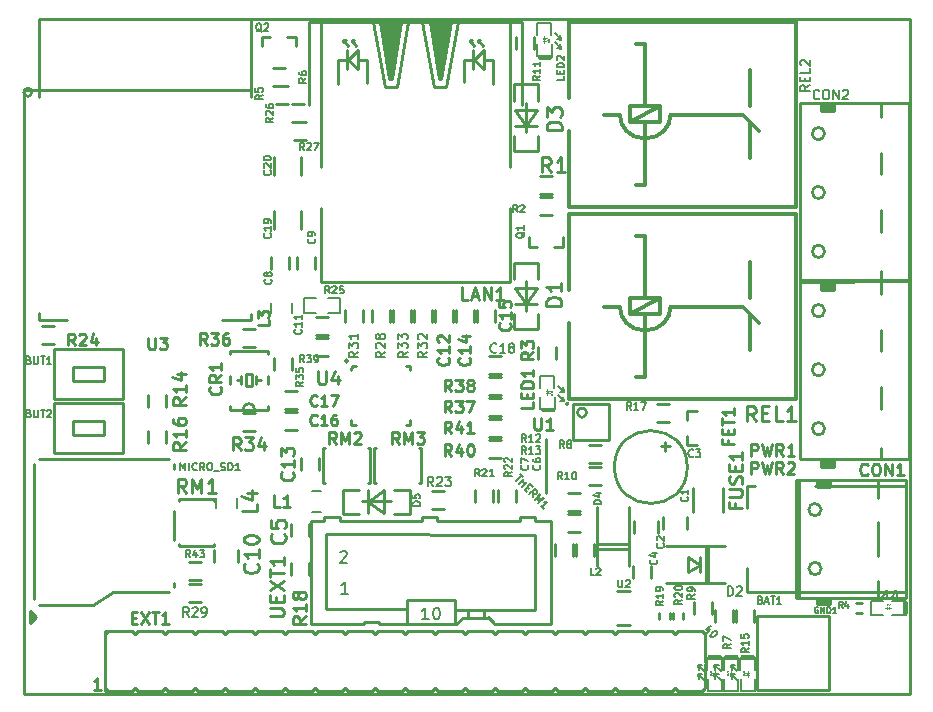
<source format=gbr>
G04 #@! TF.FileFunction,Legend,Top*
%FSLAX46Y46*%
G04 Gerber Fmt 4.6, Leading zero omitted, Abs format (unit mm)*
G04 Created by KiCad (PCBNEW no-vcs-found-undefined) date Wed Nov  9 17:16:08 2016*
%MOMM*%
%LPD*%
G01*
G04 APERTURE LIST*
%ADD10C,0.100000*%
%ADD11C,0.254000*%
%ADD12C,0.158750*%
%ADD13C,0.250000*%
%ADD14C,0.400000*%
%ADD15C,0.127000*%
%ADD16C,0.050000*%
%ADD17C,0.150000*%
%ADD18C,0.300000*%
%ADD19C,0.200000*%
%ADD20C,0.225000*%
G04 APERTURE END LIST*
D10*
D11*
X70485000Y-117475000D02*
X70485000Y-117983000D01*
X70358000Y-117348000D02*
X70358000Y-118110000D01*
X70231000Y-117221000D02*
X70231000Y-118237000D01*
X70739000Y-117729000D02*
X70231000Y-117221000D01*
X70231000Y-118237000D02*
X70739000Y-117729000D01*
D12*
X127856927Y-118774493D02*
X127557585Y-119073835D01*
X127921072Y-118496533D02*
X127493441Y-118710348D01*
X127771401Y-118988309D01*
X128327322Y-118945546D02*
X128370085Y-118988309D01*
X128391466Y-119052453D01*
X128391466Y-119095217D01*
X128370085Y-119159361D01*
X128305940Y-119266269D01*
X128199032Y-119373177D01*
X128092124Y-119437322D01*
X128027980Y-119458703D01*
X127985217Y-119458703D01*
X127921072Y-119437322D01*
X127878309Y-119394558D01*
X127856927Y-119330414D01*
X127856927Y-119287651D01*
X127878309Y-119223506D01*
X127942453Y-119116598D01*
X128049361Y-119009690D01*
X128156269Y-118945546D01*
X128220414Y-118924164D01*
X128263177Y-118924164D01*
X128327322Y-118945546D01*
D13*
X76231714Y-123896380D02*
X75660285Y-123896380D01*
X75946000Y-123896380D02*
X75946000Y-122896380D01*
X75850761Y-123039238D01*
X75755523Y-123134476D01*
X75660285Y-123182095D01*
D11*
X113919000Y-102679500D02*
X113919000Y-107251500D01*
X115768842Y-99669600D02*
G75*
G03X115768842Y-99669600I-71842J0D01*
G01*
X88976200Y-67056000D02*
X144723000Y-67056000D01*
X88976200Y-73075800D02*
X88976200Y-67056000D01*
X69720000Y-73075800D02*
X88976200Y-73075800D01*
X69720000Y-124200000D02*
X69720000Y-73075800D01*
X144723000Y-124206000D02*
X144723000Y-67056000D01*
X69723000Y-124206000D02*
X144723000Y-124206000D01*
X99870260Y-67360800D02*
X101671120Y-67360800D01*
X100670360Y-72161400D02*
X99870260Y-67360800D01*
X100871020Y-72161400D02*
X100670360Y-72161400D01*
X101671120Y-67360800D02*
X100871020Y-72161400D01*
X104068880Y-67360800D02*
X105869740Y-67360800D01*
X104868980Y-72161400D02*
X104068880Y-67360800D01*
X105069640Y-72161400D02*
X104868980Y-72161400D01*
X105869740Y-67360800D02*
X105069640Y-72161400D01*
X111870000Y-67359000D02*
X111870000Y-74359000D01*
X110870000Y-67359000D02*
X111870000Y-67359000D01*
X93870000Y-67359000D02*
X93870000Y-74359000D01*
X94870000Y-67359000D02*
X93870000Y-67359000D01*
X100271580Y-72859900D02*
X99270820Y-67360800D01*
X101272340Y-72859900D02*
X100271580Y-72859900D01*
X102270560Y-67360800D02*
X101272340Y-72859900D01*
X104467660Y-72859900D02*
X103469440Y-67360800D01*
X105468420Y-72859900D02*
X104467660Y-72859900D01*
X106469180Y-67360800D02*
X105468420Y-72859900D01*
X96771460Y-68859400D02*
X96771460Y-69060060D01*
X96771460Y-68859400D02*
X96972120Y-68859400D01*
X97170240Y-69359780D02*
X96771460Y-68859400D01*
X97472500Y-68859400D02*
X97472500Y-69060060D01*
X97472500Y-68859400D02*
X97670620Y-68859400D01*
X97871280Y-69359780D02*
X97472500Y-68859400D01*
X98803460Y-70561200D02*
X98803460Y-72499220D01*
X98102420Y-70561200D02*
X98803460Y-70561200D01*
X97104200Y-69761100D02*
X97104200Y-71361300D01*
X97203260Y-70561200D02*
X98003360Y-71361300D01*
X98003360Y-69761100D02*
X97203260Y-70561200D01*
X98003360Y-69761100D02*
X98003360Y-71361300D01*
X96304100Y-70561200D02*
X97002600Y-70561200D01*
X96304100Y-72588120D02*
X96304100Y-70561200D01*
X107469940Y-68859400D02*
X107469940Y-69060060D01*
X107469940Y-68859400D02*
X107668060Y-68859400D01*
X107868720Y-69359780D02*
X107469940Y-68859400D01*
X108168440Y-68859400D02*
X108168440Y-69060060D01*
X108168440Y-68859400D02*
X108369100Y-68859400D01*
X108569760Y-69359780D02*
X108168440Y-68859400D01*
X106970000Y-70559000D02*
X106970000Y-72459000D01*
X107668060Y-70561200D02*
X106969560Y-70561200D01*
X107769660Y-71361300D02*
X107769660Y-69761100D01*
X107868720Y-70561200D02*
X108668820Y-69761100D01*
X108668820Y-71361300D02*
X107868720Y-70561200D01*
X108670000Y-71359000D02*
X108670000Y-69759000D01*
X109470000Y-70559000D02*
X108770000Y-70559000D01*
X109470000Y-72559000D02*
X109470000Y-70559000D01*
X110870000Y-83109000D02*
X110870000Y-89359000D01*
X110870000Y-67359000D02*
X110870000Y-79609000D01*
X94870000Y-67359000D02*
X110870000Y-67359000D01*
X94870000Y-79609000D02*
X94870000Y-67359000D01*
X94870000Y-89359000D02*
X94870000Y-83109000D01*
X110870000Y-89359000D02*
X94870000Y-89359000D01*
X104970000Y-72159000D02*
X104320000Y-67369000D01*
X104980000Y-72009000D02*
X105630000Y-67379000D01*
X104990000Y-71399000D02*
X104430000Y-67369000D01*
X104980000Y-71109000D02*
X105390000Y-67379000D01*
X105000000Y-70589000D02*
X104640000Y-67379000D01*
X104950000Y-69879000D02*
X105140000Y-67369000D01*
X105040000Y-68999000D02*
X104840000Y-67359000D01*
X104870000Y-68229000D02*
X105010000Y-67419000D01*
X100780000Y-71969000D02*
X100060000Y-67369000D01*
X100770000Y-71799000D02*
X101440000Y-67379000D01*
X100780000Y-71219000D02*
X100260000Y-67489000D01*
X100720000Y-70749000D02*
X101200000Y-67389000D01*
X100850000Y-69999000D02*
X100450000Y-67429000D01*
X100820000Y-69579000D02*
X100970000Y-67399000D01*
X100890000Y-68969000D02*
X100610000Y-67389000D01*
X100780000Y-68259000D02*
X100780000Y-67389000D01*
X70980300Y-67083000D02*
X88980300Y-67083000D01*
X70980300Y-73083000D02*
X88980300Y-73083000D01*
X70389711Y-73303000D02*
G75*
G03X70389711Y-73303000I-339411J0D01*
G01*
X88980300Y-67083000D02*
X88980300Y-73703000D01*
X70980300Y-92583000D02*
X70980300Y-91993000D01*
X70980300Y-92583000D02*
X73350300Y-92583000D01*
X88980300Y-92583000D02*
X86490300Y-92583000D01*
X88980300Y-92583000D02*
X88980300Y-92043000D01*
X70980300Y-67083000D02*
X70980300Y-73703000D01*
X131810760Y-117627400D02*
X137866120Y-117624860D01*
X131808220Y-117622320D02*
X131808220Y-123931680D01*
X131808220Y-123931680D02*
X137888980Y-123931680D01*
X137888980Y-123931680D02*
X137888980Y-117637560D01*
X125857000Y-109220000D02*
X125857000Y-110236000D01*
X123825000Y-109220000D02*
X123825000Y-110236000D01*
X121412000Y-109601000D02*
X121412000Y-110617000D01*
X123444000Y-109601000D02*
X123444000Y-110617000D01*
X124396500Y-103251000D02*
X123634500Y-103251000D01*
X124015500Y-102870000D02*
X124015500Y-103632000D01*
X125896021Y-105029000D02*
G75*
G03X125896021Y-105029000I-3087021J0D01*
G01*
X121285000Y-114427000D02*
X121285000Y-113411000D01*
X122809000Y-114427000D02*
X122809000Y-113411000D01*
X93853000Y-110871000D02*
X93853000Y-109855000D01*
X92329000Y-110871000D02*
X92329000Y-109855000D01*
X116459000Y-112522000D02*
X116459000Y-111506000D01*
X117983000Y-112522000D02*
X117983000Y-111506000D01*
X114681000Y-112522000D02*
X114681000Y-111506000D01*
X116205000Y-112522000D02*
X116205000Y-111506000D01*
X92202000Y-88265000D02*
X92202000Y-87249000D01*
X90678000Y-88265000D02*
X90678000Y-87249000D01*
X94361000Y-88265000D02*
X94361000Y-87249000D01*
X92837000Y-88265000D02*
X92837000Y-87249000D01*
X85852000Y-112014000D02*
X85852000Y-113030000D01*
X87884000Y-112014000D02*
X87884000Y-113030000D01*
X95504000Y-92329000D02*
X94488000Y-92329000D01*
X95504000Y-93853000D02*
X94488000Y-93853000D01*
X106045000Y-91694000D02*
X106045000Y-92710000D01*
X104521000Y-91694000D02*
X104521000Y-92710000D01*
X93218000Y-105283000D02*
X93218000Y-104267000D01*
X94742000Y-105283000D02*
X94742000Y-104267000D01*
X106299000Y-91694000D02*
X106299000Y-92710000D01*
X107823000Y-91694000D02*
X107823000Y-92710000D01*
X108077000Y-91694000D02*
X108077000Y-92710000D01*
X109601000Y-91694000D02*
X109601000Y-92710000D01*
X92837000Y-100330000D02*
X91821000Y-100330000D01*
X92837000Y-101854000D02*
X91821000Y-101854000D01*
X92837000Y-100076000D02*
X91821000Y-100076000D01*
X92837000Y-98552000D02*
X91821000Y-98552000D01*
X110109000Y-97155000D02*
X109093000Y-97155000D01*
X110109000Y-95631000D02*
X109093000Y-95631000D01*
X138300000Y-89924000D02*
X138300000Y-89224000D01*
X137200000Y-89924000D02*
X138300000Y-89924000D01*
X137200000Y-89224000D02*
X137200000Y-89924000D01*
X137240000Y-104894000D02*
X138300000Y-104894000D01*
X137200000Y-105024000D02*
X138300000Y-105024000D01*
X138300000Y-105024000D02*
X138300000Y-104324000D01*
X137200000Y-104324000D02*
X137200000Y-105024000D01*
X142300000Y-90404000D02*
X142300000Y-89214000D01*
X142300000Y-95224000D02*
X142300000Y-93404000D01*
X142300000Y-100154000D02*
X142300000Y-98294000D01*
X142300000Y-103414000D02*
X142300000Y-104314000D01*
X135410000Y-104324000D02*
X144690000Y-104314000D01*
X135410000Y-89224000D02*
X135410000Y-104324000D01*
X144690000Y-89214000D02*
X135410000Y-89224000D01*
X144690000Y-104314000D02*
X144690000Y-89214000D01*
X137513450Y-91794000D02*
G75*
G03X137513450Y-91794000I-523450J0D01*
G01*
X137200000Y-89444000D02*
X138300000Y-89444000D01*
X137200000Y-89624000D02*
X138290000Y-89624000D01*
X137200000Y-89874000D02*
X138300000Y-89874000D01*
X137200000Y-104524000D02*
X138300000Y-104524000D01*
X137200000Y-104764000D02*
X138300000Y-104764000D01*
X137513450Y-96784000D02*
G75*
G03X137513450Y-96784000I-523450J0D01*
G01*
X137523450Y-101774000D02*
G75*
G03X137523450Y-101774000I-523450J0D01*
G01*
X137523450Y-86774000D02*
G75*
G03X137523450Y-86774000I-523450J0D01*
G01*
X137513450Y-81784000D02*
G75*
G03X137513450Y-81784000I-523450J0D01*
G01*
X137200000Y-89764000D02*
X138300000Y-89764000D01*
X137200000Y-89524000D02*
X138300000Y-89524000D01*
X137200000Y-74874000D02*
X138300000Y-74874000D01*
X137200000Y-74624000D02*
X138290000Y-74624000D01*
X137200000Y-74444000D02*
X138300000Y-74444000D01*
X137513450Y-76794000D02*
G75*
G03X137513450Y-76794000I-523450J0D01*
G01*
X144690000Y-89314000D02*
X144690000Y-74214000D01*
X144690000Y-74214000D02*
X135410000Y-74224000D01*
X135410000Y-74224000D02*
X135410000Y-89324000D01*
X135410000Y-89324000D02*
X144690000Y-89314000D01*
X142300000Y-88414000D02*
X142300000Y-89314000D01*
X142300000Y-85154000D02*
X142300000Y-83294000D01*
X142300000Y-80224000D02*
X142300000Y-78404000D01*
X142300000Y-75404000D02*
X142300000Y-74214000D01*
X137200000Y-89324000D02*
X137200000Y-90024000D01*
X138300000Y-90024000D02*
X138300000Y-89324000D01*
X137200000Y-90024000D02*
X138300000Y-90024000D01*
X137240000Y-89894000D02*
X138300000Y-89894000D01*
X137200000Y-74224000D02*
X137200000Y-74924000D01*
X137200000Y-74924000D02*
X138300000Y-74924000D01*
X138300000Y-74924000D02*
X138300000Y-74224000D01*
X90373000Y-100163000D02*
X87173000Y-100163000D01*
X87173000Y-95163000D02*
X90373000Y-95163000D01*
X90373000Y-100163000D02*
X90373000Y-99863000D01*
X90373000Y-97963000D02*
X90373000Y-97363000D01*
X90373000Y-95463000D02*
X90373000Y-95163000D01*
X87173000Y-100163000D02*
X87173000Y-99863000D01*
X87173000Y-97963000D02*
X87173000Y-97363000D01*
X87173000Y-95463000D02*
X87173000Y-95163000D01*
X89027000Y-98171000D02*
X89027000Y-97155000D01*
X89027000Y-97155000D02*
X88519000Y-97155000D01*
X88519000Y-97155000D02*
X88519000Y-98171000D01*
X88519000Y-98171000D02*
X89027000Y-98171000D01*
X89408000Y-97990660D02*
X89408000Y-97663000D01*
X89408000Y-97663000D02*
X89408000Y-97335340D01*
X89408000Y-97663000D02*
X89789000Y-97663000D01*
X88138000Y-97990660D02*
X88138000Y-97663000D01*
X88138000Y-97663000D02*
X88138000Y-97335340D01*
X88138000Y-97663000D02*
X87757000Y-97663000D01*
X89273000Y-100153000D02*
G75*
G03X88273000Y-100153000I-500000J0D01*
G01*
X111239300Y-87718900D02*
X113258600Y-87718900D01*
X113258600Y-87718900D02*
X113258600Y-89090500D01*
X111239300Y-87718900D02*
X111239300Y-89090500D01*
X111252000Y-93370400D02*
X113245900Y-93370400D01*
X113258600Y-93345000D02*
X113258600Y-92049600D01*
X111252000Y-93357700D02*
X111252000Y-92062300D01*
X112229900Y-89306400D02*
X112229900Y-91782900D01*
X113182400Y-89890600D02*
X112268000Y-91262200D01*
X112268000Y-91262200D02*
X111277400Y-89890600D01*
X113182400Y-91262200D02*
X111277400Y-91262200D01*
X113182400Y-89890600D02*
X111277400Y-89890600D01*
D14*
X127569000Y-114759000D02*
X127569000Y-111759000D01*
D11*
X129118360Y-114886740D02*
X124119640Y-114886740D01*
X124119640Y-111681260D02*
X129118360Y-111681260D01*
X125984000Y-112649000D02*
X125984000Y-113919000D01*
X125984000Y-113919000D02*
X127000000Y-113284000D01*
X125984000Y-112649000D02*
X127000000Y-113284000D01*
X127000000Y-112649000D02*
X127000000Y-113919000D01*
X111239300Y-72631300D02*
X113258600Y-72631300D01*
X113258600Y-72631300D02*
X113258600Y-74002900D01*
X111239300Y-72631300D02*
X111239300Y-74002900D01*
X111252000Y-78282800D02*
X113245900Y-78282800D01*
X113258600Y-78257400D02*
X113258600Y-76962000D01*
X111252000Y-78270100D02*
X111252000Y-76974700D01*
X112229900Y-74218800D02*
X112229900Y-76695300D01*
X113182400Y-74803000D02*
X112268000Y-76174600D01*
X112268000Y-76174600D02*
X111277400Y-74803000D01*
X113182400Y-76174600D02*
X111277400Y-76174600D01*
X113182400Y-74803000D02*
X111277400Y-74803000D01*
X118284000Y-111561000D02*
X120984000Y-111561000D01*
X118284000Y-108371000D02*
X118284000Y-113371000D01*
X118284000Y-112001000D02*
X120984000Y-112001000D01*
X120984000Y-113371000D02*
X120984000Y-108371000D01*
X100228400Y-108889800D02*
X100228400Y-106984800D01*
X98856800Y-108889800D02*
X98856800Y-106984800D01*
X98856800Y-107975400D02*
X100228400Y-106984800D01*
X100228400Y-108889800D02*
X98856800Y-107975400D01*
X100812600Y-107937300D02*
X98336100Y-107937300D01*
X96761300Y-106959400D02*
X98056700Y-106959400D01*
X96774000Y-108966000D02*
X98069400Y-108966000D01*
X96748600Y-106959400D02*
X96748600Y-108953300D01*
X102400100Y-106946700D02*
X101028500Y-106946700D01*
X102400100Y-108966000D02*
X101028500Y-108966000D01*
X102400100Y-106946700D02*
X102400100Y-108966000D01*
X125857000Y-102438200D02*
X125857000Y-103149400D01*
X126695200Y-103149400D02*
X125857000Y-103149400D01*
X126695200Y-100304600D02*
X125857000Y-100304600D01*
X125857000Y-100304600D02*
X125857000Y-101015800D01*
X126335000Y-106823000D02*
X126335000Y-108823000D01*
X128935000Y-106823000D02*
X128935000Y-108823000D01*
D15*
X94919800Y-108839000D02*
X94081600Y-108839000D01*
X94919800Y-107061000D02*
X94081600Y-107061000D01*
X90678000Y-91135200D02*
X90678000Y-91973400D01*
X92456000Y-91135200D02*
X92456000Y-91973400D01*
X85979000Y-107645200D02*
X85979000Y-108483400D01*
X87757000Y-107645200D02*
X87757000Y-108483400D01*
X114630200Y-97282000D02*
X114630200Y-98298000D01*
X113461800Y-97282000D02*
X113461800Y-98298000D01*
X114630200Y-97282000D02*
X113461800Y-97282000D01*
X113461800Y-100076000D02*
X113461800Y-99060000D01*
X114681000Y-99060000D02*
X114681000Y-100076000D01*
D10*
X114046000Y-98419000D02*
X114046000Y-98939000D01*
X114156000Y-98589000D02*
X113936000Y-98589000D01*
X114156000Y-98589000D02*
X114056000Y-98699000D01*
X113936000Y-98589000D02*
X114036000Y-98689000D01*
X114156000Y-98779000D02*
X113936000Y-98779000D01*
D16*
X114296000Y-98569000D02*
X114406000Y-98699000D01*
X114426000Y-98709000D02*
X114416000Y-98629000D01*
X114426000Y-98709000D02*
X114346000Y-98709000D01*
X114426000Y-98899000D02*
X114346000Y-98899000D01*
X114426000Y-98899000D02*
X114416000Y-98819000D01*
X114296000Y-98759000D02*
X114406000Y-98889000D01*
D17*
X114909600Y-98132900D02*
X115481100Y-98679000D01*
X115481100Y-98691700D02*
X115392200Y-98272600D01*
X115468400Y-98691700D02*
X115074700Y-98640900D01*
X115468400Y-99479100D02*
X115074700Y-99428300D01*
X115481100Y-99479100D02*
X115392200Y-99060000D01*
X114909600Y-98920300D02*
X115481100Y-99466400D01*
D11*
X114617500Y-100088700D02*
X114490500Y-100241100D01*
X113525300Y-100088700D02*
X113652300Y-100228400D01*
X114490500Y-100241100D02*
X113665000Y-100241100D01*
X113563400Y-100076000D02*
X114604800Y-100076000D01*
X113309400Y-70231000D02*
X114350800Y-70231000D01*
X114236500Y-70396100D02*
X113411000Y-70396100D01*
X113271300Y-70243700D02*
X113398300Y-70383400D01*
X114363500Y-70243700D02*
X114236500Y-70396100D01*
D17*
X114655600Y-69075300D02*
X115227100Y-69621400D01*
X115227100Y-69634100D02*
X115138200Y-69215000D01*
X115214400Y-69634100D02*
X114820700Y-69583300D01*
X115214400Y-68846700D02*
X114820700Y-68795900D01*
X115227100Y-68846700D02*
X115138200Y-68427600D01*
X114655600Y-68287900D02*
X115227100Y-68834000D01*
D16*
X114042000Y-68914000D02*
X114152000Y-69044000D01*
X114172000Y-69054000D02*
X114162000Y-68974000D01*
X114172000Y-69054000D02*
X114092000Y-69054000D01*
X114172000Y-68864000D02*
X114092000Y-68864000D01*
X114172000Y-68864000D02*
X114162000Y-68784000D01*
X114042000Y-68724000D02*
X114152000Y-68854000D01*
D10*
X113902000Y-68934000D02*
X113682000Y-68934000D01*
X113682000Y-68744000D02*
X113782000Y-68844000D01*
X113902000Y-68744000D02*
X113802000Y-68854000D01*
X113902000Y-68744000D02*
X113682000Y-68744000D01*
X113792000Y-68574000D02*
X113792000Y-69094000D01*
D15*
X114427000Y-69215000D02*
X114427000Y-70231000D01*
X113207800Y-70231000D02*
X113207800Y-69215000D01*
X114376200Y-67437000D02*
X113207800Y-67437000D01*
X113207800Y-67437000D02*
X113207800Y-68453000D01*
X114376200Y-67437000D02*
X114376200Y-68453000D01*
D11*
X130937000Y-115651000D02*
X144437000Y-115651000D01*
X144437000Y-115651000D02*
X144437000Y-106599000D01*
X130937000Y-115651000D02*
X130937000Y-113553000D01*
X130937000Y-106598720D02*
X130937000Y-108457000D01*
X144437000Y-106599000D02*
X136737000Y-106599000D01*
X130937000Y-106599000D02*
X131637000Y-106599000D01*
X135308000Y-116135000D02*
X144398000Y-116135000D01*
X135308000Y-106125000D02*
X135308000Y-116135000D01*
X144408000Y-106125000D02*
X135308000Y-106125000D01*
X144398000Y-116135000D02*
X144408000Y-106125000D01*
X142008000Y-112595000D02*
X142008000Y-109655000D01*
X142008000Y-116135000D02*
X142008000Y-114645000D01*
X142008000Y-106125000D02*
X142008000Y-107615000D01*
X137231450Y-113625000D02*
G75*
G03X137231450Y-113625000I-523450J0D01*
G01*
X137221450Y-108635000D02*
G75*
G03X137221450Y-108635000I-523450J0D01*
G01*
X135118000Y-106125000D02*
X135118000Y-116135000D01*
X135548000Y-106125000D02*
X135118000Y-106125000D01*
X135488000Y-116135000D02*
X135118000Y-116135000D01*
X136908000Y-116135000D02*
X136908000Y-116615000D01*
X136908000Y-116615000D02*
X138008000Y-116615000D01*
X138008000Y-116615000D02*
X138008000Y-116135000D01*
X136908000Y-116375000D02*
X138008000Y-116375000D01*
X136908000Y-106125000D02*
X136908000Y-106725000D01*
X138008000Y-106725000D02*
X138008000Y-106125000D01*
X136908000Y-106725000D02*
X138008000Y-106725000D01*
X136908000Y-106475000D02*
X137998000Y-106475000D01*
X136908000Y-106295000D02*
X138008000Y-106295000D01*
X144272000Y-117449600D02*
X144272000Y-116408200D01*
X144437100Y-116522500D02*
X144437100Y-117348000D01*
X144284700Y-117487700D02*
X144424400Y-117360700D01*
X144284700Y-116395500D02*
X144437100Y-116522500D01*
D17*
X143116300Y-116103400D02*
X143662400Y-115531900D01*
X143675100Y-115531900D02*
X143256000Y-115620800D01*
X143675100Y-115544600D02*
X143624300Y-115938300D01*
X142887700Y-115544600D02*
X142836900Y-115938300D01*
X142887700Y-115531900D02*
X142468600Y-115620800D01*
X142328900Y-116103400D02*
X142875000Y-115531900D01*
D16*
X142955000Y-116717000D02*
X143085000Y-116607000D01*
X143095000Y-116587000D02*
X143015000Y-116597000D01*
X143095000Y-116587000D02*
X143095000Y-116667000D01*
X142905000Y-116587000D02*
X142905000Y-116667000D01*
X142905000Y-116587000D02*
X142825000Y-116597000D01*
X142765000Y-116717000D02*
X142895000Y-116607000D01*
D10*
X142975000Y-116857000D02*
X142975000Y-117077000D01*
X142785000Y-117077000D02*
X142885000Y-116977000D01*
X142785000Y-116857000D02*
X142895000Y-116957000D01*
X142785000Y-116857000D02*
X142785000Y-117077000D01*
X142615000Y-116967000D02*
X143135000Y-116967000D01*
D15*
X143256000Y-116332000D02*
X144272000Y-116332000D01*
X144272000Y-117551200D02*
X143256000Y-117551200D01*
X141478000Y-116382800D02*
X141478000Y-117551200D01*
X141478000Y-117551200D02*
X142494000Y-117551200D01*
X141478000Y-116382800D02*
X142494000Y-116382800D01*
D11*
X114630200Y-86360000D02*
X115341400Y-86360000D01*
X115341400Y-85521800D02*
X115341400Y-86360000D01*
X112496600Y-85521800D02*
X112496600Y-86360000D01*
X112496600Y-86360000D02*
X113207800Y-86360000D01*
X92735400Y-68580000D02*
X92024200Y-68580000D01*
X92735400Y-69418200D02*
X92735400Y-68580000D01*
X89890600Y-69418200D02*
X89890600Y-68580000D01*
X90601800Y-68580000D02*
X89890600Y-68580000D01*
X113411000Y-80391000D02*
X114427000Y-80391000D01*
X113411000Y-81915000D02*
X114427000Y-81915000D01*
X113411000Y-83693000D02*
X114427000Y-83693000D01*
X113411000Y-82169000D02*
X114427000Y-82169000D01*
X113284000Y-94869000D02*
X113284000Y-95885000D01*
X114808000Y-94869000D02*
X114808000Y-95885000D01*
X140462000Y-116522500D02*
X140208000Y-116522500D01*
X140462000Y-116522500D02*
X140716000Y-116522500D01*
X140462000Y-117411500D02*
X140716000Y-117411500D01*
X140462000Y-117411500D02*
X140208000Y-117411500D01*
X92075000Y-74295000D02*
X91059000Y-74295000D01*
X92075000Y-72771000D02*
X91059000Y-72771000D01*
X91821000Y-71247000D02*
X90805000Y-71247000D01*
X91821000Y-72771000D02*
X90805000Y-72771000D01*
X129794000Y-118110000D02*
X129794000Y-117094000D01*
X128270000Y-118110000D02*
X128270000Y-117094000D01*
X118618000Y-103124000D02*
X117602000Y-103124000D01*
X118618000Y-104648000D02*
X117602000Y-104648000D01*
X126492000Y-117475000D02*
X126492000Y-116459000D01*
X128016000Y-117475000D02*
X128016000Y-116459000D01*
X118618000Y-105029000D02*
X117602000Y-105029000D01*
X118618000Y-106553000D02*
X117602000Y-106553000D01*
X111379000Y-69596000D02*
X111379000Y-68580000D01*
X112903000Y-69596000D02*
X112903000Y-68580000D01*
X116840000Y-108712000D02*
X115824000Y-108712000D01*
X116840000Y-107188000D02*
X115824000Y-107188000D01*
X115824000Y-110490000D02*
X116840000Y-110490000D01*
X115824000Y-108966000D02*
X116840000Y-108966000D01*
X80264000Y-98933000D02*
X80264000Y-99949000D01*
X81788000Y-98933000D02*
X81788000Y-99949000D01*
X131572000Y-118110000D02*
X131572000Y-117094000D01*
X130048000Y-118110000D02*
X130048000Y-117094000D01*
X81788000Y-102997000D02*
X81788000Y-101981000D01*
X80264000Y-102997000D02*
X80264000Y-101981000D01*
X123317000Y-99695000D02*
X124333000Y-99695000D01*
X123317000Y-101219000D02*
X124333000Y-101219000D01*
X93853000Y-113157000D02*
X93853000Y-114173000D01*
X92329000Y-113157000D02*
X92329000Y-114173000D01*
X123507500Y-117602000D02*
X123507500Y-117348000D01*
X123507500Y-117602000D02*
X123507500Y-117856000D01*
X124396500Y-117602000D02*
X124396500Y-117856000D01*
X124396500Y-117602000D02*
X124396500Y-117348000D01*
X125539500Y-117602000D02*
X125539500Y-117348000D01*
X125539500Y-117602000D02*
X125539500Y-117856000D01*
X124650500Y-117602000D02*
X124650500Y-117856000D01*
X124650500Y-117602000D02*
X124650500Y-117348000D01*
X109474000Y-106934000D02*
X109474000Y-107950000D01*
X107950000Y-106934000D02*
X107950000Y-107950000D01*
X109855000Y-106934000D02*
X109855000Y-107950000D01*
X111379000Y-106934000D02*
X111379000Y-107950000D01*
X105283000Y-107061000D02*
X104267000Y-107061000D01*
X105283000Y-108585000D02*
X104267000Y-108585000D01*
X72263000Y-93091000D02*
X71247000Y-93091000D01*
X72263000Y-94615000D02*
X71247000Y-94615000D01*
D15*
X95504000Y-90678000D02*
X96520000Y-90678000D01*
X96520000Y-90678000D02*
X96520000Y-91948000D01*
X96520000Y-91948000D02*
X95504000Y-91948000D01*
X93472000Y-90678000D02*
X93472000Y-91948000D01*
X93472000Y-91948000D02*
X94488000Y-91948000D01*
X93472000Y-90678000D02*
X94488000Y-90678000D01*
D11*
X92456000Y-74295000D02*
X93472000Y-74295000D01*
X92456000Y-75819000D02*
X93472000Y-75819000D01*
X93599000Y-77343000D02*
X92583000Y-77343000D01*
X93599000Y-75819000D02*
X92583000Y-75819000D01*
X99187000Y-91694000D02*
X99187000Y-92710000D01*
X100711000Y-91694000D02*
X100711000Y-92710000D01*
X84709000Y-116459000D02*
X83693000Y-116459000D01*
X84709000Y-114935000D02*
X83693000Y-114935000D01*
X98425000Y-91694000D02*
X98425000Y-92710000D01*
X96901000Y-91694000D02*
X96901000Y-92710000D01*
X102743000Y-91694000D02*
X102743000Y-92710000D01*
X104267000Y-91694000D02*
X104267000Y-92710000D01*
X102489000Y-91694000D02*
X102489000Y-92710000D01*
X100965000Y-91694000D02*
X100965000Y-92710000D01*
X88265000Y-100457000D02*
X89281000Y-100457000D01*
X88265000Y-101981000D02*
X89281000Y-101981000D01*
X90932000Y-96774000D02*
X90932000Y-95758000D01*
X92456000Y-96774000D02*
X92456000Y-95758000D01*
X88265000Y-94869000D02*
X89281000Y-94869000D01*
X88265000Y-93345000D02*
X89281000Y-93345000D01*
X109093000Y-100711000D02*
X110109000Y-100711000D01*
X109093000Y-99187000D02*
X110109000Y-99187000D01*
X109093000Y-97409000D02*
X110109000Y-97409000D01*
X109093000Y-98933000D02*
X110109000Y-98933000D01*
X95504000Y-94107000D02*
X94488000Y-94107000D01*
X95504000Y-95631000D02*
X94488000Y-95631000D01*
X109093000Y-102743000D02*
X110109000Y-102743000D01*
X109093000Y-104267000D02*
X110109000Y-104267000D01*
X109093000Y-102489000D02*
X110109000Y-102489000D01*
X109093000Y-100965000D02*
X110109000Y-100965000D01*
D18*
X130576000Y-91440000D02*
X131976000Y-92840000D01*
X124476000Y-91440000D02*
X130376000Y-91440000D01*
X130376000Y-91440000D02*
X130576000Y-91440000D01*
X131176000Y-87640000D02*
X131176000Y-90740000D01*
X131176000Y-95140000D02*
X131176000Y-92140000D01*
X122576000Y-93440000D02*
X122076000Y-93440000D01*
X122476000Y-93440000D02*
G75*
G03X124476000Y-91440000I0J2000000D01*
G01*
X120176000Y-91440000D02*
G75*
G03X122176000Y-93440000I2000000J0D01*
G01*
X118876000Y-91440000D02*
X120176000Y-91440000D01*
X123576000Y-90740000D02*
X121076000Y-92040000D01*
X123576000Y-90740000D02*
X121076000Y-90740000D01*
X121076000Y-90740000D02*
X121076000Y-92040000D01*
X121076000Y-92040000D02*
X123576000Y-92040000D01*
X123576000Y-92040000D02*
X123576000Y-90740000D01*
X122276000Y-85440000D02*
X122276000Y-90740000D01*
X122276000Y-97440000D02*
X122276000Y-92040000D01*
X121576000Y-85440000D02*
X122276000Y-85440000D01*
X121576000Y-97440000D02*
X122276000Y-97440000D01*
X115876000Y-90040000D02*
X115876000Y-83640000D01*
X115876000Y-99240000D02*
X115876000Y-92840000D01*
X135076000Y-83640000D02*
X115876000Y-83640000D01*
X115876000Y-99240000D02*
X135076000Y-99240000D01*
X135076000Y-99240000D02*
X135076000Y-83640000D01*
X135076000Y-82984000D02*
X135076000Y-67384000D01*
X115876000Y-82984000D02*
X135076000Y-82984000D01*
X135076000Y-67384000D02*
X115876000Y-67384000D01*
X115876000Y-82984000D02*
X115876000Y-76584000D01*
X115876000Y-73784000D02*
X115876000Y-67384000D01*
X121576000Y-81184000D02*
X122276000Y-81184000D01*
X121576000Y-69184000D02*
X122276000Y-69184000D01*
X122276000Y-81184000D02*
X122276000Y-75784000D01*
X122276000Y-69184000D02*
X122276000Y-74484000D01*
X123576000Y-75784000D02*
X123576000Y-74484000D01*
X121076000Y-75784000D02*
X123576000Y-75784000D01*
X121076000Y-74484000D02*
X121076000Y-75784000D01*
X123576000Y-74484000D02*
X121076000Y-74484000D01*
X123576000Y-74484000D02*
X121076000Y-75784000D01*
X118876000Y-75184000D02*
X120176000Y-75184000D01*
X120176000Y-75184000D02*
G75*
G03X122176000Y-77184000I2000000J0D01*
G01*
X122476000Y-77184000D02*
G75*
G03X124476000Y-75184000I0J2000000D01*
G01*
X122576000Y-77184000D02*
X122076000Y-77184000D01*
X131176000Y-78884000D02*
X131176000Y-75884000D01*
X131176000Y-71384000D02*
X131176000Y-74484000D01*
X130376000Y-75184000D02*
X130576000Y-75184000D01*
X124476000Y-75184000D02*
X130376000Y-75184000D01*
X130576000Y-75184000D02*
X131976000Y-76584000D01*
D11*
X82854800Y-111734600D02*
X82854800Y-111518700D01*
X85801200Y-111734600D02*
X82854800Y-111734600D01*
X85801200Y-111544100D02*
X85801200Y-111734600D01*
X82854800Y-107721400D02*
X82854800Y-107937300D01*
X85801200Y-107746800D02*
X85801200Y-107924600D01*
X85801200Y-107734100D02*
X82854800Y-107734100D01*
X95034100Y-103428800D02*
X95034100Y-106375200D01*
X95046800Y-103428800D02*
X95224600Y-103428800D01*
X95021400Y-106375200D02*
X95237300Y-106375200D01*
X98844100Y-103428800D02*
X99034600Y-103428800D01*
X99034600Y-103428800D02*
X99034600Y-106375200D01*
X99034600Y-106375200D02*
X98818700Y-106375200D01*
X99339400Y-103428800D02*
X99555300Y-103428800D01*
X99339400Y-106375200D02*
X99339400Y-103428800D01*
X99529900Y-106375200D02*
X99339400Y-106375200D01*
X103352600Y-103428800D02*
X103136700Y-103428800D01*
X103327200Y-106375200D02*
X103149400Y-106375200D01*
X103339900Y-106375200D02*
X103339900Y-103428800D01*
X119229000Y-99719000D02*
X116229000Y-99719000D01*
X119229000Y-102719000D02*
X119229000Y-99719000D01*
X116229000Y-102719000D02*
X119229000Y-102719000D01*
X117369512Y-100419000D02*
G75*
G03X117369512Y-100419000I-390512J0D01*
G01*
X116229000Y-102719000D02*
X116229000Y-99719000D01*
X121081800Y-115557300D02*
X119951500Y-115557300D01*
X121081800Y-118364000D02*
X119951500Y-118364000D01*
X97624900Y-96433640D02*
X97449640Y-96608900D01*
X97449640Y-96608900D02*
X97449640Y-96834960D01*
X97449640Y-101031040D02*
X97449640Y-101432360D01*
X97449640Y-101432360D02*
X97850960Y-101432360D01*
X102047040Y-101432360D02*
X102448360Y-101432360D01*
X102448360Y-101432360D02*
X102448360Y-101031040D01*
X102448360Y-96834960D02*
X102448360Y-96433640D01*
X102448360Y-96433640D02*
X102047040Y-96433640D01*
X97850960Y-96433640D02*
X97624900Y-96433640D01*
D19*
X97226873Y-96034860D02*
G75*
G03X97226873Y-96034860I-176013J0D01*
G01*
D11*
X108661200Y-117094000D02*
X108661200Y-117754400D01*
X107340400Y-117106700D02*
X107340400Y-117754400D01*
X114325400Y-109601000D02*
X114325400Y-118313200D01*
X94081600Y-118300500D02*
X98552000Y-118300500D01*
X106260900Y-117094000D02*
X113004600Y-117106700D01*
X113017300Y-110756700D02*
X113017300Y-117106700D01*
X95262700Y-110731300D02*
X95262700Y-117081300D01*
X94068900Y-109601000D02*
X94068900Y-118313200D01*
X94056200Y-109588300D02*
X95161100Y-109588300D01*
X95262700Y-110731300D02*
X113004600Y-110744000D01*
X102194360Y-118305580D02*
X106243120Y-118303040D01*
X102181660Y-117076220D02*
X95333820Y-117078760D01*
X114294920Y-109580680D02*
X113040160Y-109578140D01*
X113040160Y-109578140D02*
X113040160Y-109280960D01*
X113040160Y-109280960D02*
X111737140Y-109280960D01*
X111737140Y-109280960D02*
X111737140Y-109585760D01*
X111737140Y-109585760D02*
X104726740Y-109606080D01*
X104726740Y-109606080D02*
X104721660Y-109280960D01*
X104721660Y-109280960D02*
X103411020Y-109286040D01*
X103411020Y-109286040D02*
X103405940Y-109590840D01*
X103405940Y-109590840D02*
X96466660Y-109590840D01*
X96466660Y-109590840D02*
X96466660Y-109270800D01*
X96466660Y-109270800D02*
X95163640Y-109270800D01*
X95163640Y-109270800D02*
X95163640Y-109583220D01*
X109522260Y-118282720D02*
X114277140Y-118285260D01*
X106240580Y-116314220D02*
X106245660Y-118303040D01*
X106271060Y-118290340D02*
X106921300Y-117787420D01*
X106946700Y-117774720D02*
X108953300Y-117774720D01*
D17*
X108902500Y-117774720D02*
X108983780Y-117774720D01*
X108971080Y-117774720D02*
X109047280Y-117774720D01*
D11*
X109034580Y-117762020D02*
X109509560Y-118270020D01*
X102194360Y-118308120D02*
X102194360Y-116316760D01*
X102194360Y-116316760D02*
X106235500Y-116314220D01*
X99750880Y-118308120D02*
X102148640Y-118308120D01*
X98508820Y-118303040D02*
X98516440Y-118143020D01*
X98516440Y-118143020D02*
X99788980Y-118143020D01*
X99801680Y-118143020D02*
X99801680Y-118310660D01*
X107061000Y-123698000D02*
X107315000Y-123952000D01*
X106807000Y-123952000D02*
X107061000Y-123698000D01*
X104267000Y-123952000D02*
X102235000Y-123952000D01*
X104521000Y-123698000D02*
X104267000Y-123952000D01*
X104775000Y-123952000D02*
X104521000Y-123698000D01*
X106807000Y-123952000D02*
X104775000Y-123952000D01*
X102235000Y-123952000D02*
X101981000Y-123698000D01*
X101981000Y-119126000D02*
X102235000Y-118872000D01*
X109347000Y-123952000D02*
X107315000Y-123952000D01*
X109601000Y-123698000D02*
X109347000Y-123952000D01*
X112395000Y-123952000D02*
X112141000Y-123698000D01*
X111887000Y-123952000D02*
X109855000Y-123952000D01*
X112141000Y-123698000D02*
X111887000Y-123952000D01*
X111887000Y-118872000D02*
X112141000Y-119126000D01*
X109855000Y-118872000D02*
X111887000Y-118872000D01*
X109601000Y-119126000D02*
X109855000Y-118872000D01*
X109347000Y-118872000D02*
X109601000Y-119126000D01*
X107315000Y-118872000D02*
X109347000Y-118872000D01*
X107061000Y-119126000D02*
X107315000Y-118872000D01*
X106807000Y-118872000D02*
X107061000Y-119126000D01*
X104775000Y-118872000D02*
X106807000Y-118872000D01*
X104521000Y-119126000D02*
X104775000Y-118872000D01*
X104267000Y-118872000D02*
X104521000Y-119126000D01*
X102235000Y-118872000D02*
X104267000Y-118872000D01*
X112141000Y-119126000D02*
X112395000Y-118872000D01*
X112395000Y-118872000D02*
X114427000Y-118872000D01*
X116967000Y-118872000D02*
X117221000Y-119126000D01*
X114427000Y-123952000D02*
X112395000Y-123952000D01*
X109855000Y-123952000D02*
X109601000Y-123698000D01*
X117221000Y-123698000D02*
X116967000Y-123952000D01*
X114935000Y-118872000D02*
X116967000Y-118872000D01*
X114681000Y-119126000D02*
X114935000Y-118872000D01*
X116967000Y-123952000D02*
X114935000Y-123952000D01*
X114681000Y-123698000D02*
X114427000Y-123952000D01*
X114935000Y-123952000D02*
X114681000Y-123698000D01*
X114427000Y-118872000D02*
X114681000Y-119126000D01*
X116967000Y-118872000D02*
X117221000Y-119126000D01*
X117221000Y-123698000D02*
X116967000Y-123952000D01*
X116967000Y-123952000D02*
X114935000Y-123952000D01*
X114935000Y-118872000D02*
X116967000Y-118872000D01*
X114681000Y-119126000D02*
X114935000Y-118872000D01*
X114935000Y-123952000D02*
X114681000Y-123698000D01*
X120015000Y-123952000D02*
X119761000Y-123698000D01*
X119761000Y-119126000D02*
X120015000Y-118872000D01*
X120015000Y-118872000D02*
X122047000Y-118872000D01*
X122047000Y-123952000D02*
X120015000Y-123952000D01*
X122301000Y-123698000D02*
X122047000Y-123952000D01*
X122047000Y-118872000D02*
X122301000Y-119126000D01*
X119507000Y-118872000D02*
X119761000Y-119126000D01*
X120015000Y-123952000D02*
X119761000Y-123698000D01*
X119761000Y-123698000D02*
X119507000Y-123952000D01*
X122047000Y-123952000D02*
X120015000Y-123952000D01*
X119761000Y-119126000D02*
X120015000Y-118872000D01*
X120015000Y-118872000D02*
X122047000Y-118872000D01*
X122301000Y-123698000D02*
X122047000Y-123952000D01*
X119507000Y-123952000D02*
X117475000Y-123952000D01*
X122047000Y-118872000D02*
X122301000Y-119126000D01*
X117475000Y-118872000D02*
X119507000Y-118872000D01*
X117221000Y-119126000D02*
X117475000Y-118872000D01*
X117475000Y-123952000D02*
X117221000Y-123698000D01*
X122555000Y-123952000D02*
X122301000Y-123698000D01*
X122301000Y-119126000D02*
X122555000Y-118872000D01*
X122555000Y-118872000D02*
X124587000Y-118872000D01*
X127127000Y-118872000D02*
X127381000Y-119126000D01*
X124587000Y-123952000D02*
X122555000Y-123952000D01*
X127381000Y-123698000D02*
X127127000Y-123952000D01*
X127381000Y-121666000D02*
X127381000Y-123698000D01*
X125095000Y-118872000D02*
X127127000Y-118872000D01*
X124841000Y-119126000D02*
X125095000Y-118872000D01*
X127127000Y-123952000D02*
X125095000Y-123952000D01*
X124841000Y-123698000D02*
X124587000Y-123952000D01*
X125095000Y-123952000D02*
X124841000Y-123698000D01*
X124587000Y-118872000D02*
X124841000Y-119126000D01*
X127127000Y-118872000D02*
X127381000Y-119126000D01*
X127381000Y-123698000D02*
X127127000Y-123952000D01*
X127127000Y-123952000D02*
X125095000Y-123952000D01*
X125095000Y-118872000D02*
X127127000Y-118872000D01*
X124841000Y-119126000D02*
X125095000Y-118872000D01*
X125095000Y-123952000D02*
X124841000Y-123698000D01*
X127381000Y-119126000D02*
X127381000Y-121539000D01*
X76581000Y-118872000D02*
X76581000Y-121412000D01*
X99695000Y-123952000D02*
X99441000Y-123698000D01*
X99441000Y-119126000D02*
X99695000Y-118872000D01*
X99695000Y-118872000D02*
X101727000Y-118872000D01*
X101727000Y-123952000D02*
X99695000Y-123952000D01*
X101981000Y-123698000D02*
X101727000Y-123952000D01*
X101727000Y-118872000D02*
X101981000Y-119126000D01*
X99187000Y-118872000D02*
X99441000Y-119126000D01*
X99695000Y-123952000D02*
X99441000Y-123698000D01*
X99441000Y-123698000D02*
X99187000Y-123952000D01*
X101727000Y-123952000D02*
X99695000Y-123952000D01*
X99441000Y-119126000D02*
X99695000Y-118872000D01*
X99695000Y-118872000D02*
X101727000Y-118872000D01*
X101981000Y-123698000D02*
X101727000Y-123952000D01*
X99187000Y-123952000D02*
X97155000Y-123952000D01*
X101727000Y-118872000D02*
X101981000Y-119126000D01*
X97155000Y-118872000D02*
X99187000Y-118872000D01*
X96901000Y-119126000D02*
X97155000Y-118872000D01*
X97155000Y-123952000D02*
X96901000Y-123698000D01*
X92075000Y-123952000D02*
X91821000Y-123698000D01*
X91821000Y-119126000D02*
X92075000Y-118872000D01*
X92075000Y-118872000D02*
X94107000Y-118872000D01*
X96647000Y-118872000D02*
X96901000Y-119126000D01*
X94107000Y-123952000D02*
X92075000Y-123952000D01*
X96901000Y-123698000D02*
X96647000Y-123952000D01*
X94615000Y-118872000D02*
X96647000Y-118872000D01*
X94361000Y-119126000D02*
X94615000Y-118872000D01*
X96647000Y-123952000D02*
X94615000Y-123952000D01*
X94361000Y-123698000D02*
X94107000Y-123952000D01*
X94615000Y-123952000D02*
X94361000Y-123698000D01*
X94107000Y-118872000D02*
X94361000Y-119126000D01*
X96647000Y-118872000D02*
X96901000Y-119126000D01*
X96901000Y-123698000D02*
X96647000Y-123952000D01*
X96647000Y-123952000D02*
X94615000Y-123952000D01*
X94615000Y-118872000D02*
X96647000Y-118872000D01*
X94361000Y-119126000D02*
X94615000Y-118872000D01*
X94615000Y-123952000D02*
X94361000Y-123698000D01*
X89535000Y-123952000D02*
X89281000Y-123698000D01*
X89281000Y-119126000D02*
X89535000Y-118872000D01*
X89535000Y-118872000D02*
X91567000Y-118872000D01*
X91567000Y-123952000D02*
X89535000Y-123952000D01*
X91821000Y-123698000D02*
X91567000Y-123952000D01*
X91567000Y-118872000D02*
X91821000Y-119126000D01*
X89027000Y-118872000D02*
X89281000Y-119126000D01*
X89535000Y-123952000D02*
X89281000Y-123698000D01*
X89281000Y-123698000D02*
X89027000Y-123952000D01*
X91567000Y-123952000D02*
X89535000Y-123952000D01*
X89281000Y-119126000D02*
X89535000Y-118872000D01*
X89535000Y-118872000D02*
X91567000Y-118872000D01*
X91821000Y-123698000D02*
X91567000Y-123952000D01*
X84455000Y-123952000D02*
X84201000Y-123698000D01*
X89027000Y-123952000D02*
X86995000Y-123952000D01*
X91567000Y-118872000D02*
X91821000Y-119126000D01*
X86995000Y-118872000D02*
X89027000Y-118872000D01*
X86741000Y-119126000D02*
X86995000Y-118872000D01*
X76581000Y-118872000D02*
X76835000Y-118872000D01*
X76835000Y-118872000D02*
X78867000Y-118872000D01*
X78867000Y-118872000D02*
X79121000Y-119126000D01*
X79121000Y-119126000D02*
X79375000Y-118872000D01*
X79375000Y-118872000D02*
X81407000Y-118872000D01*
X81407000Y-118872000D02*
X81661000Y-119126000D01*
X81661000Y-119126000D02*
X81915000Y-118872000D01*
X81915000Y-118872000D02*
X83947000Y-118872000D01*
X83947000Y-118872000D02*
X84201000Y-119126000D01*
X84201000Y-119126000D02*
X84455000Y-118872000D01*
X84455000Y-118872000D02*
X86487000Y-118872000D01*
X86487000Y-118872000D02*
X86741000Y-119126000D01*
X86741000Y-123698000D02*
X86487000Y-123952000D01*
X86487000Y-123952000D02*
X84455000Y-123952000D01*
X86995000Y-123952000D02*
X86741000Y-123698000D01*
X84201000Y-123698000D02*
X83947000Y-123952000D01*
X83947000Y-123952000D02*
X81915000Y-123952000D01*
X76581000Y-119126000D02*
X76835000Y-118872000D01*
X76835000Y-123952000D02*
X76581000Y-123698000D01*
X77089000Y-123952000D02*
X76581000Y-123952000D01*
X81407000Y-123952000D02*
X79375000Y-123952000D01*
X79375000Y-123952000D02*
X79121000Y-123698000D01*
X79121000Y-123698000D02*
X78867000Y-123952000D01*
X78867000Y-123952000D02*
X77089000Y-123952000D01*
X81407000Y-123952000D02*
X81661000Y-123698000D01*
X81661000Y-123698000D02*
X81915000Y-123952000D01*
X76581000Y-121412000D02*
X76581000Y-123952000D01*
X81975960Y-115582700D02*
X77284580Y-115582700D01*
X82405220Y-104747060D02*
X82405220Y-105216960D01*
X82405220Y-108755180D02*
X82405220Y-111203740D01*
X82405220Y-114853720D02*
X82405220Y-115153440D01*
X71038720Y-116674900D02*
X75557380Y-116674900D01*
X71038720Y-104315260D02*
X81975960Y-104315260D01*
X70609460Y-104757220D02*
X70609460Y-116243100D01*
X77284580Y-115582700D02*
X75577700Y-116674900D01*
X84709000Y-113030000D02*
X83693000Y-113030000D01*
X84709000Y-114554000D02*
X83693000Y-114554000D01*
X76484000Y-96555000D02*
X76484000Y-97755000D01*
X76484000Y-97755000D02*
X73884000Y-97755000D01*
X73884000Y-96555000D02*
X73884000Y-97755000D01*
X76484000Y-96555000D02*
X73884000Y-96555000D01*
X72284000Y-99255000D02*
X78084000Y-99255000D01*
X72284000Y-95055000D02*
X72284000Y-99255000D01*
X78084000Y-95055000D02*
X72284000Y-95055000D01*
X78084000Y-99255000D02*
X78084000Y-95055000D01*
X78084000Y-103827000D02*
X78084000Y-99627000D01*
X78084000Y-99627000D02*
X72284000Y-99627000D01*
X72284000Y-99627000D02*
X72284000Y-103827000D01*
X72284000Y-103827000D02*
X78084000Y-103827000D01*
X76484000Y-101127000D02*
X73884000Y-101127000D01*
X73884000Y-101127000D02*
X73884000Y-102327000D01*
X76484000Y-102327000D02*
X73884000Y-102327000D01*
X76484000Y-101127000D02*
X76484000Y-102327000D01*
X93218000Y-84836000D02*
X93218000Y-83312000D01*
X90932000Y-84836000D02*
X90932000Y-83312000D01*
X93218000Y-78740000D02*
X93218000Y-80264000D01*
X90932000Y-78740000D02*
X90932000Y-80264000D01*
D15*
X130416300Y-123952000D02*
X130416300Y-122936000D01*
X131584700Y-123952000D02*
X131584700Y-122936000D01*
X130416300Y-123952000D02*
X131584700Y-123952000D01*
X131584700Y-121158000D02*
X131584700Y-122174000D01*
X130365500Y-122174000D02*
X130365500Y-121158000D01*
D10*
X131000500Y-122815000D02*
X131000500Y-122295000D01*
X130890500Y-122645000D02*
X131110500Y-122645000D01*
X130890500Y-122645000D02*
X130990500Y-122535000D01*
X131110500Y-122645000D02*
X131010500Y-122545000D01*
X130890500Y-122455000D02*
X131110500Y-122455000D01*
D16*
X130750500Y-122665000D02*
X130640500Y-122535000D01*
X130620500Y-122525000D02*
X130630500Y-122605000D01*
X130620500Y-122525000D02*
X130700500Y-122525000D01*
X130620500Y-122335000D02*
X130700500Y-122335000D01*
X130620500Y-122335000D02*
X130630500Y-122415000D01*
X130750500Y-122475000D02*
X130640500Y-122345000D01*
D17*
X130136900Y-123101100D02*
X129565400Y-122555000D01*
X129565400Y-122542300D02*
X129654300Y-122961400D01*
X129578100Y-122542300D02*
X129971800Y-122593100D01*
X129578100Y-121754900D02*
X129971800Y-121805700D01*
X129565400Y-121754900D02*
X129654300Y-122174000D01*
X130136900Y-122313700D02*
X129565400Y-121767600D01*
D11*
X130429000Y-121145300D02*
X130556000Y-120992900D01*
X131521200Y-121145300D02*
X131394200Y-121005600D01*
X130556000Y-120992900D02*
X131381500Y-120992900D01*
X131483100Y-121158000D02*
X130441700Y-121158000D01*
X128689100Y-121158000D02*
X127647700Y-121158000D01*
X127762000Y-120992900D02*
X128587500Y-120992900D01*
X128727200Y-121145300D02*
X128600200Y-121005600D01*
X127635000Y-121145300D02*
X127762000Y-120992900D01*
D17*
X127342900Y-122313700D02*
X126771400Y-121767600D01*
X126771400Y-121754900D02*
X126860300Y-122174000D01*
X126784100Y-121754900D02*
X127177800Y-121805700D01*
X126784100Y-122542300D02*
X127177800Y-122593100D01*
X126771400Y-122542300D02*
X126860300Y-122961400D01*
X127342900Y-123101100D02*
X126771400Y-122555000D01*
D16*
X127956500Y-122475000D02*
X127846500Y-122345000D01*
X127826500Y-122335000D02*
X127836500Y-122415000D01*
X127826500Y-122335000D02*
X127906500Y-122335000D01*
X127826500Y-122525000D02*
X127906500Y-122525000D01*
X127826500Y-122525000D02*
X127836500Y-122605000D01*
X127956500Y-122665000D02*
X127846500Y-122535000D01*
D10*
X128096500Y-122455000D02*
X128316500Y-122455000D01*
X128316500Y-122645000D02*
X128216500Y-122545000D01*
X128096500Y-122645000D02*
X128196500Y-122535000D01*
X128096500Y-122645000D02*
X128316500Y-122645000D01*
X128206500Y-122815000D02*
X128206500Y-122295000D01*
D15*
X127571500Y-122174000D02*
X127571500Y-121158000D01*
X128790700Y-121158000D02*
X128790700Y-122174000D01*
X127622300Y-123952000D02*
X128790700Y-123952000D01*
X128790700Y-123952000D02*
X128790700Y-122936000D01*
X127622300Y-123952000D02*
X127622300Y-122936000D01*
D11*
X130086100Y-121158000D02*
X129044700Y-121158000D01*
X129159000Y-120992900D02*
X129984500Y-120992900D01*
X130124200Y-121145300D02*
X129997200Y-121005600D01*
X129032000Y-121145300D02*
X129159000Y-120992900D01*
D17*
X128739900Y-122313700D02*
X128168400Y-121767600D01*
X128168400Y-121754900D02*
X128257300Y-122174000D01*
X128181100Y-121754900D02*
X128574800Y-121805700D01*
X128181100Y-122542300D02*
X128574800Y-122593100D01*
X128168400Y-122542300D02*
X128257300Y-122961400D01*
X128739900Y-123101100D02*
X128168400Y-122555000D01*
D16*
X129353500Y-122475000D02*
X129243500Y-122345000D01*
X129223500Y-122335000D02*
X129233500Y-122415000D01*
X129223500Y-122335000D02*
X129303500Y-122335000D01*
X129223500Y-122525000D02*
X129303500Y-122525000D01*
X129223500Y-122525000D02*
X129233500Y-122605000D01*
X129353500Y-122665000D02*
X129243500Y-122535000D01*
D10*
X129493500Y-122455000D02*
X129713500Y-122455000D01*
X129713500Y-122645000D02*
X129613500Y-122545000D01*
X129493500Y-122645000D02*
X129593500Y-122535000D01*
X129493500Y-122645000D02*
X129713500Y-122645000D01*
X129603500Y-122815000D02*
X129603500Y-122295000D01*
D15*
X128968500Y-122174000D02*
X128968500Y-121158000D01*
X130187700Y-121158000D02*
X130187700Y-122174000D01*
X129019300Y-123952000D02*
X130187700Y-123952000D01*
X130187700Y-123952000D02*
X130187700Y-122936000D01*
X129019300Y-123952000D02*
X129019300Y-122936000D01*
D11*
X107329047Y-90876619D02*
X106805238Y-90876619D01*
X106805238Y-89776619D01*
X107643333Y-90562333D02*
X108167142Y-90562333D01*
X107538571Y-90876619D02*
X107905238Y-89776619D01*
X108271904Y-90876619D01*
X108638571Y-90876619D02*
X108638571Y-89776619D01*
X109267142Y-90876619D01*
X109267142Y-89776619D01*
X110367142Y-90876619D02*
X109738571Y-90876619D01*
X110052857Y-90876619D02*
X110052857Y-89776619D01*
X109948095Y-89933761D01*
X109843333Y-90038523D01*
X109738571Y-90090904D01*
D13*
X80264095Y-94067380D02*
X80264095Y-94876904D01*
X80311714Y-94972142D01*
X80359333Y-95019761D01*
X80454571Y-95067380D01*
X80645047Y-95067380D01*
X80740285Y-95019761D01*
X80787904Y-94972142D01*
X80835523Y-94876904D01*
X80835523Y-94067380D01*
X81216476Y-94067380D02*
X81835523Y-94067380D01*
X81502190Y-94448333D01*
X81645047Y-94448333D01*
X81740285Y-94495952D01*
X81787904Y-94543571D01*
X81835523Y-94638809D01*
X81835523Y-94876904D01*
X81787904Y-94972142D01*
X81740285Y-95019761D01*
X81645047Y-95067380D01*
X81359333Y-95067380D01*
X81264095Y-95019761D01*
X81216476Y-94972142D01*
D12*
X132070928Y-116286642D02*
X132161642Y-116316880D01*
X132191880Y-116347119D01*
X132222119Y-116407595D01*
X132222119Y-116498309D01*
X132191880Y-116558785D01*
X132161642Y-116589023D01*
X132101166Y-116619261D01*
X131859261Y-116619261D01*
X131859261Y-115984261D01*
X132070928Y-115984261D01*
X132131404Y-116014500D01*
X132161642Y-116044738D01*
X132191880Y-116105214D01*
X132191880Y-116165690D01*
X132161642Y-116226166D01*
X132131404Y-116256404D01*
X132070928Y-116286642D01*
X131859261Y-116286642D01*
X132464023Y-116437833D02*
X132766404Y-116437833D01*
X132403547Y-116619261D02*
X132615214Y-115984261D01*
X132826880Y-116619261D01*
X132947833Y-115984261D02*
X133310690Y-115984261D01*
X133129261Y-116619261D02*
X133129261Y-115984261D01*
X133854976Y-116619261D02*
X133492119Y-116619261D01*
X133673547Y-116619261D02*
X133673547Y-115984261D01*
X133613071Y-116074976D01*
X133552595Y-116135452D01*
X133492119Y-116165690D01*
X125905985Y-107547833D02*
X125936223Y-107578071D01*
X125966461Y-107668785D01*
X125966461Y-107729261D01*
X125936223Y-107819976D01*
X125875747Y-107880452D01*
X125815271Y-107910690D01*
X125694319Y-107940928D01*
X125603604Y-107940928D01*
X125482652Y-107910690D01*
X125422176Y-107880452D01*
X125361700Y-107819976D01*
X125331461Y-107729261D01*
X125331461Y-107668785D01*
X125361700Y-107578071D01*
X125391938Y-107547833D01*
X125966461Y-106943071D02*
X125966461Y-107305928D01*
X125966461Y-107124500D02*
X125331461Y-107124500D01*
X125422176Y-107184976D01*
X125482652Y-107245452D01*
X125512890Y-107305928D01*
X123873985Y-111484833D02*
X123904223Y-111515071D01*
X123934461Y-111605785D01*
X123934461Y-111666261D01*
X123904223Y-111756976D01*
X123843747Y-111817452D01*
X123783271Y-111847690D01*
X123662319Y-111877928D01*
X123571604Y-111877928D01*
X123450652Y-111847690D01*
X123390176Y-111817452D01*
X123329700Y-111756976D01*
X123299461Y-111666261D01*
X123299461Y-111605785D01*
X123329700Y-111515071D01*
X123359938Y-111484833D01*
X123359938Y-111242928D02*
X123329700Y-111212690D01*
X123299461Y-111152214D01*
X123299461Y-111001023D01*
X123329700Y-110940547D01*
X123359938Y-110910309D01*
X123420414Y-110880071D01*
X123480890Y-110880071D01*
X123571604Y-110910309D01*
X123934461Y-111273166D01*
X123934461Y-110880071D01*
X126386166Y-104112785D02*
X126355928Y-104143023D01*
X126265214Y-104173261D01*
X126204738Y-104173261D01*
X126114023Y-104143023D01*
X126053547Y-104082547D01*
X126023309Y-104022071D01*
X125993071Y-103901119D01*
X125993071Y-103810404D01*
X126023309Y-103689452D01*
X126053547Y-103628976D01*
X126114023Y-103568500D01*
X126204738Y-103538261D01*
X126265214Y-103538261D01*
X126355928Y-103568500D01*
X126386166Y-103598738D01*
X126597833Y-103538261D02*
X126990928Y-103538261D01*
X126779261Y-103780166D01*
X126869976Y-103780166D01*
X126930452Y-103810404D01*
X126960690Y-103840642D01*
X126990928Y-103901119D01*
X126990928Y-104052309D01*
X126960690Y-104112785D01*
X126930452Y-104143023D01*
X126869976Y-104173261D01*
X126688547Y-104173261D01*
X126628071Y-104143023D01*
X126597833Y-104112785D01*
X123289785Y-112881833D02*
X123320023Y-112912071D01*
X123350261Y-113002785D01*
X123350261Y-113063261D01*
X123320023Y-113153976D01*
X123259547Y-113214452D01*
X123199071Y-113244690D01*
X123078119Y-113274928D01*
X122987404Y-113274928D01*
X122866452Y-113244690D01*
X122805976Y-113214452D01*
X122745500Y-113153976D01*
X122715261Y-113063261D01*
X122715261Y-113002785D01*
X122745500Y-112912071D01*
X122775738Y-112881833D01*
X122926928Y-112337547D02*
X123350261Y-112337547D01*
X122685023Y-112488738D02*
X123138595Y-112639928D01*
X123138595Y-112246833D01*
D11*
X91766571Y-110701666D02*
X91827047Y-110762142D01*
X91887523Y-110943571D01*
X91887523Y-111064523D01*
X91827047Y-111245952D01*
X91706095Y-111366904D01*
X91585142Y-111427380D01*
X91343238Y-111487857D01*
X91161809Y-111487857D01*
X90919904Y-111427380D01*
X90798952Y-111366904D01*
X90678000Y-111245952D01*
X90617523Y-111064523D01*
X90617523Y-110943571D01*
X90678000Y-110762142D01*
X90738476Y-110701666D01*
X90617523Y-109552619D02*
X90617523Y-110157380D01*
X91222285Y-110217857D01*
X91161809Y-110157380D01*
X91101333Y-110036428D01*
X91101333Y-109734047D01*
X91161809Y-109613095D01*
X91222285Y-109552619D01*
X91343238Y-109492142D01*
X91645619Y-109492142D01*
X91766571Y-109552619D01*
X91827047Y-109613095D01*
X91887523Y-109734047D01*
X91887523Y-110036428D01*
X91827047Y-110157380D01*
X91766571Y-110217857D01*
D12*
X113383785Y-104880833D02*
X113414023Y-104911071D01*
X113444261Y-105001785D01*
X113444261Y-105062261D01*
X113414023Y-105152976D01*
X113353547Y-105213452D01*
X113293071Y-105243690D01*
X113172119Y-105273928D01*
X113081404Y-105273928D01*
X112960452Y-105243690D01*
X112899976Y-105213452D01*
X112839500Y-105152976D01*
X112809261Y-105062261D01*
X112809261Y-105001785D01*
X112839500Y-104911071D01*
X112869738Y-104880833D01*
X112809261Y-104336547D02*
X112809261Y-104457500D01*
X112839500Y-104517976D01*
X112869738Y-104548214D01*
X112960452Y-104608690D01*
X113081404Y-104638928D01*
X113323309Y-104638928D01*
X113383785Y-104608690D01*
X113414023Y-104578452D01*
X113444261Y-104517976D01*
X113444261Y-104397023D01*
X113414023Y-104336547D01*
X113383785Y-104306309D01*
X113323309Y-104276071D01*
X113172119Y-104276071D01*
X113111642Y-104306309D01*
X113081404Y-104336547D01*
X113051166Y-104397023D01*
X113051166Y-104517976D01*
X113081404Y-104578452D01*
X113111642Y-104608690D01*
X113172119Y-104638928D01*
X112367785Y-104880833D02*
X112398023Y-104911071D01*
X112428261Y-105001785D01*
X112428261Y-105062261D01*
X112398023Y-105152976D01*
X112337547Y-105213452D01*
X112277071Y-105243690D01*
X112156119Y-105273928D01*
X112065404Y-105273928D01*
X111944452Y-105243690D01*
X111883976Y-105213452D01*
X111823500Y-105152976D01*
X111793261Y-105062261D01*
X111793261Y-105001785D01*
X111823500Y-104911071D01*
X111853738Y-104880833D01*
X111793261Y-104669166D02*
X111793261Y-104245833D01*
X112428261Y-104517976D01*
X90650785Y-89132833D02*
X90681023Y-89163071D01*
X90711261Y-89253785D01*
X90711261Y-89314261D01*
X90681023Y-89404976D01*
X90620547Y-89465452D01*
X90560071Y-89495690D01*
X90439119Y-89525928D01*
X90348404Y-89525928D01*
X90227452Y-89495690D01*
X90166976Y-89465452D01*
X90106500Y-89404976D01*
X90076261Y-89314261D01*
X90076261Y-89253785D01*
X90106500Y-89163071D01*
X90136738Y-89132833D01*
X90348404Y-88769976D02*
X90318166Y-88830452D01*
X90287928Y-88860690D01*
X90227452Y-88890928D01*
X90197214Y-88890928D01*
X90136738Y-88860690D01*
X90106500Y-88830452D01*
X90076261Y-88769976D01*
X90076261Y-88649023D01*
X90106500Y-88588547D01*
X90136738Y-88558309D01*
X90197214Y-88528071D01*
X90227452Y-88528071D01*
X90287928Y-88558309D01*
X90318166Y-88588547D01*
X90348404Y-88649023D01*
X90348404Y-88769976D01*
X90378642Y-88830452D01*
X90408880Y-88860690D01*
X90469357Y-88890928D01*
X90590309Y-88890928D01*
X90650785Y-88860690D01*
X90681023Y-88830452D01*
X90711261Y-88769976D01*
X90711261Y-88649023D01*
X90681023Y-88588547D01*
X90650785Y-88558309D01*
X90590309Y-88528071D01*
X90469357Y-88528071D01*
X90408880Y-88558309D01*
X90378642Y-88588547D01*
X90348404Y-88649023D01*
X94333785Y-85703833D02*
X94364023Y-85734071D01*
X94394261Y-85824785D01*
X94394261Y-85885261D01*
X94364023Y-85975976D01*
X94303547Y-86036452D01*
X94243071Y-86066690D01*
X94122119Y-86096928D01*
X94031404Y-86096928D01*
X93910452Y-86066690D01*
X93849976Y-86036452D01*
X93789500Y-85975976D01*
X93759261Y-85885261D01*
X93759261Y-85824785D01*
X93789500Y-85734071D01*
X93819738Y-85703833D01*
X94394261Y-85401452D02*
X94394261Y-85280500D01*
X94364023Y-85220023D01*
X94333785Y-85189785D01*
X94243071Y-85129309D01*
X94122119Y-85099071D01*
X93880214Y-85099071D01*
X93819738Y-85129309D01*
X93789500Y-85159547D01*
X93759261Y-85220023D01*
X93759261Y-85340976D01*
X93789500Y-85401452D01*
X93819738Y-85431690D01*
X93880214Y-85461928D01*
X94031404Y-85461928D01*
X94091880Y-85431690D01*
X94122119Y-85401452D01*
X94152357Y-85340976D01*
X94152357Y-85220023D01*
X94122119Y-85159547D01*
X94091880Y-85129309D01*
X94031404Y-85099071D01*
D11*
X89480571Y-113211428D02*
X89541047Y-113271904D01*
X89601523Y-113453333D01*
X89601523Y-113574285D01*
X89541047Y-113755714D01*
X89420095Y-113876666D01*
X89299142Y-113937142D01*
X89057238Y-113997619D01*
X88875809Y-113997619D01*
X88633904Y-113937142D01*
X88512952Y-113876666D01*
X88392000Y-113755714D01*
X88331523Y-113574285D01*
X88331523Y-113453333D01*
X88392000Y-113271904D01*
X88452476Y-113211428D01*
X89601523Y-112001904D02*
X89601523Y-112727619D01*
X89601523Y-112364761D02*
X88331523Y-112364761D01*
X88512952Y-112485714D01*
X88633904Y-112606666D01*
X88694380Y-112727619D01*
X88331523Y-111215714D02*
X88331523Y-111094761D01*
X88392000Y-110973809D01*
X88452476Y-110913333D01*
X88573428Y-110852857D01*
X88815333Y-110792380D01*
X89117714Y-110792380D01*
X89359619Y-110852857D01*
X89480571Y-110913333D01*
X89541047Y-110973809D01*
X89601523Y-111094761D01*
X89601523Y-111215714D01*
X89541047Y-111336666D01*
X89480571Y-111397142D01*
X89359619Y-111457619D01*
X89117714Y-111518095D01*
X88815333Y-111518095D01*
X88573428Y-111457619D01*
X88452476Y-111397142D01*
X88392000Y-111336666D01*
X88331523Y-111215714D01*
D12*
X93190785Y-93372214D02*
X93221023Y-93402452D01*
X93251261Y-93493166D01*
X93251261Y-93553642D01*
X93221023Y-93644357D01*
X93160547Y-93704833D01*
X93100071Y-93735071D01*
X92979119Y-93765309D01*
X92888404Y-93765309D01*
X92767452Y-93735071D01*
X92706976Y-93704833D01*
X92646500Y-93644357D01*
X92616261Y-93553642D01*
X92616261Y-93493166D01*
X92646500Y-93402452D01*
X92676738Y-93372214D01*
X93251261Y-92767452D02*
X93251261Y-93130309D01*
X93251261Y-92948880D02*
X92616261Y-92948880D01*
X92706976Y-93009357D01*
X92767452Y-93069833D01*
X92797690Y-93130309D01*
X93251261Y-92162690D02*
X93251261Y-92525547D01*
X93251261Y-92344119D02*
X92616261Y-92344119D01*
X92706976Y-92404595D01*
X92767452Y-92465071D01*
X92797690Y-92525547D01*
D13*
X105640142Y-95765857D02*
X105687761Y-95813476D01*
X105735380Y-95956333D01*
X105735380Y-96051571D01*
X105687761Y-96194428D01*
X105592523Y-96289666D01*
X105497285Y-96337285D01*
X105306809Y-96384904D01*
X105163952Y-96384904D01*
X104973476Y-96337285D01*
X104878238Y-96289666D01*
X104783000Y-96194428D01*
X104735380Y-96051571D01*
X104735380Y-95956333D01*
X104783000Y-95813476D01*
X104830619Y-95765857D01*
X105735380Y-94813476D02*
X105735380Y-95384904D01*
X105735380Y-95099190D02*
X104735380Y-95099190D01*
X104878238Y-95194428D01*
X104973476Y-95289666D01*
X105021095Y-95384904D01*
X104830619Y-94432523D02*
X104783000Y-94384904D01*
X104735380Y-94289666D01*
X104735380Y-94051571D01*
X104783000Y-93956333D01*
X104830619Y-93908714D01*
X104925857Y-93861095D01*
X105021095Y-93861095D01*
X105163952Y-93908714D01*
X105735380Y-94480142D01*
X105735380Y-93861095D01*
D11*
X92467857Y-105482142D02*
X92520238Y-105534523D01*
X92572619Y-105691666D01*
X92572619Y-105796428D01*
X92520238Y-105953571D01*
X92415476Y-106058333D01*
X92310714Y-106110714D01*
X92101190Y-106163095D01*
X91944047Y-106163095D01*
X91734523Y-106110714D01*
X91629761Y-106058333D01*
X91525000Y-105953571D01*
X91472619Y-105796428D01*
X91472619Y-105691666D01*
X91525000Y-105534523D01*
X91577380Y-105482142D01*
X92572619Y-104434523D02*
X92572619Y-105063095D01*
X92572619Y-104748809D02*
X91472619Y-104748809D01*
X91629761Y-104853571D01*
X91734523Y-104958333D01*
X91786904Y-105063095D01*
X91472619Y-104067857D02*
X91472619Y-103386904D01*
X91891666Y-103753571D01*
X91891666Y-103596428D01*
X91944047Y-103491666D01*
X91996428Y-103439285D01*
X92101190Y-103386904D01*
X92363095Y-103386904D01*
X92467857Y-103439285D01*
X92520238Y-103491666D01*
X92572619Y-103596428D01*
X92572619Y-103910714D01*
X92520238Y-104015476D01*
X92467857Y-104067857D01*
D13*
X107418142Y-95765857D02*
X107465761Y-95813476D01*
X107513380Y-95956333D01*
X107513380Y-96051571D01*
X107465761Y-96194428D01*
X107370523Y-96289666D01*
X107275285Y-96337285D01*
X107084809Y-96384904D01*
X106941952Y-96384904D01*
X106751476Y-96337285D01*
X106656238Y-96289666D01*
X106561000Y-96194428D01*
X106513380Y-96051571D01*
X106513380Y-95956333D01*
X106561000Y-95813476D01*
X106608619Y-95765857D01*
X107513380Y-94813476D02*
X107513380Y-95384904D01*
X107513380Y-95099190D02*
X106513380Y-95099190D01*
X106656238Y-95194428D01*
X106751476Y-95289666D01*
X106799095Y-95384904D01*
X106846714Y-93956333D02*
X107513380Y-93956333D01*
X106465761Y-94194428D02*
X107180047Y-94432523D01*
X107180047Y-93813476D01*
X110847142Y-92844857D02*
X110894761Y-92892476D01*
X110942380Y-93035333D01*
X110942380Y-93130571D01*
X110894761Y-93273428D01*
X110799523Y-93368666D01*
X110704285Y-93416285D01*
X110513809Y-93463904D01*
X110370952Y-93463904D01*
X110180476Y-93416285D01*
X110085238Y-93368666D01*
X109990000Y-93273428D01*
X109942380Y-93130571D01*
X109942380Y-93035333D01*
X109990000Y-92892476D01*
X110037619Y-92844857D01*
X110942380Y-91892476D02*
X110942380Y-92463904D01*
X110942380Y-92178190D02*
X109942380Y-92178190D01*
X110085238Y-92273428D01*
X110180476Y-92368666D01*
X110228095Y-92463904D01*
X109942380Y-90987714D02*
X109942380Y-91463904D01*
X110418571Y-91511523D01*
X110370952Y-91463904D01*
X110323333Y-91368666D01*
X110323333Y-91130571D01*
X110370952Y-91035333D01*
X110418571Y-90987714D01*
X110513809Y-90940095D01*
X110751904Y-90940095D01*
X110847142Y-90987714D01*
X110894761Y-91035333D01*
X110942380Y-91130571D01*
X110942380Y-91368666D01*
X110894761Y-91463904D01*
X110847142Y-91511523D01*
D20*
X94544428Y-101413428D02*
X94501571Y-101456285D01*
X94373000Y-101499142D01*
X94287285Y-101499142D01*
X94158714Y-101456285D01*
X94073000Y-101370571D01*
X94030142Y-101284857D01*
X93987285Y-101113428D01*
X93987285Y-100984857D01*
X94030142Y-100813428D01*
X94073000Y-100727714D01*
X94158714Y-100642000D01*
X94287285Y-100599142D01*
X94373000Y-100599142D01*
X94501571Y-100642000D01*
X94544428Y-100684857D01*
X95401571Y-101499142D02*
X94887285Y-101499142D01*
X95144428Y-101499142D02*
X95144428Y-100599142D01*
X95058714Y-100727714D01*
X94973000Y-100813428D01*
X94887285Y-100856285D01*
X96173000Y-100599142D02*
X96001571Y-100599142D01*
X95915857Y-100642000D01*
X95873000Y-100684857D01*
X95787285Y-100813428D01*
X95744428Y-100984857D01*
X95744428Y-101327714D01*
X95787285Y-101413428D01*
X95830142Y-101456285D01*
X95915857Y-101499142D01*
X96087285Y-101499142D01*
X96173000Y-101456285D01*
X96215857Y-101413428D01*
X96258714Y-101327714D01*
X96258714Y-101113428D01*
X96215857Y-101027714D01*
X96173000Y-100984857D01*
X96087285Y-100942000D01*
X95915857Y-100942000D01*
X95830142Y-100984857D01*
X95787285Y-101027714D01*
X95744428Y-101113428D01*
X94544428Y-99762428D02*
X94501571Y-99805285D01*
X94373000Y-99848142D01*
X94287285Y-99848142D01*
X94158714Y-99805285D01*
X94073000Y-99719571D01*
X94030142Y-99633857D01*
X93987285Y-99462428D01*
X93987285Y-99333857D01*
X94030142Y-99162428D01*
X94073000Y-99076714D01*
X94158714Y-98991000D01*
X94287285Y-98948142D01*
X94373000Y-98948142D01*
X94501571Y-98991000D01*
X94544428Y-99033857D01*
X95401571Y-99848142D02*
X94887285Y-99848142D01*
X95144428Y-99848142D02*
X95144428Y-98948142D01*
X95058714Y-99076714D01*
X94973000Y-99162428D01*
X94887285Y-99205285D01*
X95701571Y-98948142D02*
X96301571Y-98948142D01*
X95915857Y-99848142D01*
D19*
X109721714Y-95281714D02*
X109683619Y-95319809D01*
X109569333Y-95357904D01*
X109493142Y-95357904D01*
X109378857Y-95319809D01*
X109302666Y-95243619D01*
X109264571Y-95167428D01*
X109226476Y-95015047D01*
X109226476Y-94900761D01*
X109264571Y-94748380D01*
X109302666Y-94672190D01*
X109378857Y-94596000D01*
X109493142Y-94557904D01*
X109569333Y-94557904D01*
X109683619Y-94596000D01*
X109721714Y-94634095D01*
X110483619Y-95357904D02*
X110026476Y-95357904D01*
X110255047Y-95357904D02*
X110255047Y-94557904D01*
X110178857Y-94672190D01*
X110102666Y-94748380D01*
X110026476Y-94786476D01*
X110940761Y-94900761D02*
X110864571Y-94862666D01*
X110826476Y-94824571D01*
X110788380Y-94748380D01*
X110788380Y-94710285D01*
X110826476Y-94634095D01*
X110864571Y-94596000D01*
X110940761Y-94557904D01*
X111093142Y-94557904D01*
X111169333Y-94596000D01*
X111207428Y-94634095D01*
X111245523Y-94710285D01*
X111245523Y-94748380D01*
X111207428Y-94824571D01*
X111169333Y-94862666D01*
X111093142Y-94900761D01*
X110940761Y-94900761D01*
X110864571Y-94938857D01*
X110826476Y-94976952D01*
X110788380Y-95053142D01*
X110788380Y-95205523D01*
X110826476Y-95281714D01*
X110864571Y-95319809D01*
X110940761Y-95357904D01*
X111093142Y-95357904D01*
X111169333Y-95319809D01*
X111207428Y-95281714D01*
X111245523Y-95205523D01*
X111245523Y-95053142D01*
X111207428Y-94976952D01*
X111169333Y-94938857D01*
X111093142Y-94900761D01*
D13*
X141152714Y-105640142D02*
X141105095Y-105687761D01*
X140962238Y-105735380D01*
X140867000Y-105735380D01*
X140724142Y-105687761D01*
X140628904Y-105592523D01*
X140581285Y-105497285D01*
X140533666Y-105306809D01*
X140533666Y-105163952D01*
X140581285Y-104973476D01*
X140628904Y-104878238D01*
X140724142Y-104783000D01*
X140867000Y-104735380D01*
X140962238Y-104735380D01*
X141105095Y-104783000D01*
X141152714Y-104830619D01*
X141771761Y-104735380D02*
X141962238Y-104735380D01*
X142057476Y-104783000D01*
X142152714Y-104878238D01*
X142200333Y-105068714D01*
X142200333Y-105402047D01*
X142152714Y-105592523D01*
X142057476Y-105687761D01*
X141962238Y-105735380D01*
X141771761Y-105735380D01*
X141676523Y-105687761D01*
X141581285Y-105592523D01*
X141533666Y-105402047D01*
X141533666Y-105068714D01*
X141581285Y-104878238D01*
X141676523Y-104783000D01*
X141771761Y-104735380D01*
X142628904Y-105735380D02*
X142628904Y-104735380D01*
X143200333Y-105735380D01*
X143200333Y-104735380D01*
X144200333Y-105735380D02*
X143628904Y-105735380D01*
X143914619Y-105735380D02*
X143914619Y-104735380D01*
X143819380Y-104878238D01*
X143724142Y-104973476D01*
X143628904Y-105021095D01*
D19*
X137077571Y-73818714D02*
X137039476Y-73856809D01*
X136925190Y-73894904D01*
X136849000Y-73894904D01*
X136734714Y-73856809D01*
X136658523Y-73780619D01*
X136620428Y-73704428D01*
X136582333Y-73552047D01*
X136582333Y-73437761D01*
X136620428Y-73285380D01*
X136658523Y-73209190D01*
X136734714Y-73133000D01*
X136849000Y-73094904D01*
X136925190Y-73094904D01*
X137039476Y-73133000D01*
X137077571Y-73171095D01*
X137572809Y-73094904D02*
X137725190Y-73094904D01*
X137801380Y-73133000D01*
X137877571Y-73209190D01*
X137915666Y-73361571D01*
X137915666Y-73628238D01*
X137877571Y-73780619D01*
X137801380Y-73856809D01*
X137725190Y-73894904D01*
X137572809Y-73894904D01*
X137496619Y-73856809D01*
X137420428Y-73780619D01*
X137382333Y-73628238D01*
X137382333Y-73361571D01*
X137420428Y-73209190D01*
X137496619Y-73133000D01*
X137572809Y-73094904D01*
X138258523Y-73894904D02*
X138258523Y-73094904D01*
X138715666Y-73894904D01*
X138715666Y-73094904D01*
X139058523Y-73171095D02*
X139096619Y-73133000D01*
X139172809Y-73094904D01*
X139363285Y-73094904D01*
X139439476Y-73133000D01*
X139477571Y-73171095D01*
X139515666Y-73247285D01*
X139515666Y-73323476D01*
X139477571Y-73437761D01*
X139020428Y-73894904D01*
X139515666Y-73894904D01*
D11*
X86341857Y-98238733D02*
X86390238Y-98287114D01*
X86438619Y-98432257D01*
X86438619Y-98529019D01*
X86390238Y-98674161D01*
X86293476Y-98770923D01*
X86196714Y-98819304D01*
X86003190Y-98867685D01*
X85858047Y-98867685D01*
X85664523Y-98819304D01*
X85567761Y-98770923D01*
X85471000Y-98674161D01*
X85422619Y-98529019D01*
X85422619Y-98432257D01*
X85471000Y-98287114D01*
X85519380Y-98238733D01*
X86438619Y-97222733D02*
X85954809Y-97561400D01*
X86438619Y-97803304D02*
X85422619Y-97803304D01*
X85422619Y-97416257D01*
X85471000Y-97319495D01*
X85519380Y-97271114D01*
X85616142Y-97222733D01*
X85761285Y-97222733D01*
X85858047Y-97271114D01*
X85906428Y-97319495D01*
X85954809Y-97416257D01*
X85954809Y-97803304D01*
X86438619Y-96255114D02*
X86438619Y-96835685D01*
X86438619Y-96545400D02*
X85422619Y-96545400D01*
X85567761Y-96642161D01*
X85664523Y-96738923D01*
X85712904Y-96835685D01*
X115230123Y-91361380D02*
X113960123Y-91361380D01*
X113960123Y-91059000D01*
X114020600Y-90877571D01*
X114141552Y-90756619D01*
X114262504Y-90696142D01*
X114504409Y-90635666D01*
X114685838Y-90635666D01*
X114927742Y-90696142D01*
X115048695Y-90756619D01*
X115169647Y-90877571D01*
X115230123Y-91059000D01*
X115230123Y-91361380D01*
X115230123Y-89426142D02*
X115230123Y-90151857D01*
X115230123Y-89789000D02*
X113960123Y-89789000D01*
X114141552Y-89909952D01*
X114262504Y-90030904D01*
X114322980Y-90151857D01*
D19*
X129330523Y-115931904D02*
X129330523Y-115131904D01*
X129521000Y-115131904D01*
X129635285Y-115170000D01*
X129711476Y-115246190D01*
X129749571Y-115322380D01*
X129787666Y-115474761D01*
X129787666Y-115589047D01*
X129749571Y-115741428D01*
X129711476Y-115817619D01*
X129635285Y-115893809D01*
X129521000Y-115931904D01*
X129330523Y-115931904D01*
X130092428Y-115208095D02*
X130130523Y-115170000D01*
X130206714Y-115131904D01*
X130397190Y-115131904D01*
X130473380Y-115170000D01*
X130511476Y-115208095D01*
X130549571Y-115284285D01*
X130549571Y-115360476D01*
X130511476Y-115474761D01*
X130054333Y-115931904D01*
X130549571Y-115931904D01*
D11*
X115255523Y-76502380D02*
X113985523Y-76502380D01*
X113985523Y-76200000D01*
X114046000Y-76018571D01*
X114166952Y-75897619D01*
X114287904Y-75837142D01*
X114529809Y-75776666D01*
X114711238Y-75776666D01*
X114953142Y-75837142D01*
X115074095Y-75897619D01*
X115195047Y-76018571D01*
X115255523Y-76200000D01*
X115255523Y-76502380D01*
X113985523Y-75353333D02*
X113985523Y-74567142D01*
X114469333Y-74990476D01*
X114469333Y-74809047D01*
X114529809Y-74688095D01*
X114590285Y-74627619D01*
X114711238Y-74567142D01*
X115013619Y-74567142D01*
X115134571Y-74627619D01*
X115195047Y-74688095D01*
X115255523Y-74809047D01*
X115255523Y-75171904D01*
X115195047Y-75292857D01*
X115134571Y-75353333D01*
D12*
X118587761Y-108164690D02*
X117952761Y-108164690D01*
X117952761Y-108013500D01*
X117983000Y-107922785D01*
X118043476Y-107862309D01*
X118103952Y-107832071D01*
X118224904Y-107801833D01*
X118315619Y-107801833D01*
X118436571Y-107832071D01*
X118497047Y-107862309D01*
X118557523Y-107922785D01*
X118587761Y-108013500D01*
X118587761Y-108164690D01*
X118164428Y-107257547D02*
X118587761Y-107257547D01*
X117922523Y-107408738D02*
X118376095Y-107559928D01*
X118376095Y-107166833D01*
X103258861Y-108291690D02*
X102623861Y-108291690D01*
X102623861Y-108140500D01*
X102654100Y-108049785D01*
X102714576Y-107989309D01*
X102775052Y-107959071D01*
X102896004Y-107928833D01*
X102986719Y-107928833D01*
X103107671Y-107959071D01*
X103168147Y-107989309D01*
X103228623Y-108049785D01*
X103258861Y-108140500D01*
X103258861Y-108291690D01*
X102623861Y-107354309D02*
X102623861Y-107656690D01*
X102926242Y-107686928D01*
X102896004Y-107656690D01*
X102865766Y-107596214D01*
X102865766Y-107445023D01*
X102896004Y-107384547D01*
X102926242Y-107354309D01*
X102986719Y-107324071D01*
X103137909Y-107324071D01*
X103198385Y-107354309D01*
X103228623Y-107384547D01*
X103258861Y-107445023D01*
X103258861Y-107596214D01*
X103228623Y-107656690D01*
X103198385Y-107686928D01*
D13*
X129341571Y-102766666D02*
X129341571Y-103100000D01*
X129865380Y-103100000D02*
X128865380Y-103100000D01*
X128865380Y-102623809D01*
X129341571Y-102242857D02*
X129341571Y-101909523D01*
X129865380Y-101766666D02*
X129865380Y-102242857D01*
X128865380Y-102242857D01*
X128865380Y-101766666D01*
X128865380Y-101480952D02*
X128865380Y-100909523D01*
X129865380Y-101195238D02*
X128865380Y-101195238D01*
X129865380Y-100052380D02*
X129865380Y-100623809D01*
X129865380Y-100338095D02*
X128865380Y-100338095D01*
X129008238Y-100433333D01*
X129103476Y-100528571D01*
X129151095Y-100623809D01*
D11*
X129969428Y-108110885D02*
X129969428Y-108477552D01*
X130545619Y-108477552D02*
X129445619Y-108477552D01*
X129445619Y-107953742D01*
X129445619Y-107534695D02*
X130336095Y-107534695D01*
X130440857Y-107482314D01*
X130493238Y-107429933D01*
X130545619Y-107325171D01*
X130545619Y-107115647D01*
X130493238Y-107010885D01*
X130440857Y-106958504D01*
X130336095Y-106906123D01*
X129445619Y-106906123D01*
X130493238Y-106434695D02*
X130545619Y-106277552D01*
X130545619Y-106015647D01*
X130493238Y-105910885D01*
X130440857Y-105858504D01*
X130336095Y-105806123D01*
X130231333Y-105806123D01*
X130126571Y-105858504D01*
X130074190Y-105910885D01*
X130021809Y-106015647D01*
X129969428Y-106225171D01*
X129917047Y-106329933D01*
X129864666Y-106382314D01*
X129759904Y-106434695D01*
X129655142Y-106434695D01*
X129550380Y-106382314D01*
X129498000Y-106329933D01*
X129445619Y-106225171D01*
X129445619Y-105963266D01*
X129498000Y-105806123D01*
X129969428Y-105334695D02*
X129969428Y-104968028D01*
X130545619Y-104810885D02*
X130545619Y-105334695D01*
X129445619Y-105334695D01*
X129445619Y-104810885D01*
X130545619Y-103763266D02*
X130545619Y-104391838D01*
X130545619Y-104077552D02*
X129445619Y-104077552D01*
X129602761Y-104182314D01*
X129707523Y-104287076D01*
X129759904Y-104391838D01*
D15*
X136975547Y-116903500D02*
X136927166Y-116879309D01*
X136854595Y-116879309D01*
X136782023Y-116903500D01*
X136733642Y-116951880D01*
X136709452Y-117000261D01*
X136685261Y-117097023D01*
X136685261Y-117169595D01*
X136709452Y-117266357D01*
X136733642Y-117314738D01*
X136782023Y-117363119D01*
X136854595Y-117387309D01*
X136902976Y-117387309D01*
X136975547Y-117363119D01*
X136999738Y-117338928D01*
X136999738Y-117169595D01*
X136902976Y-117169595D01*
X137217452Y-117387309D02*
X137217452Y-116879309D01*
X137507738Y-117387309D01*
X137507738Y-116879309D01*
X137749642Y-117387309D02*
X137749642Y-116879309D01*
X137870595Y-116879309D01*
X137943166Y-116903500D01*
X137991547Y-116951880D01*
X138015738Y-117000261D01*
X138039928Y-117097023D01*
X138039928Y-117169595D01*
X138015738Y-117266357D01*
X137991547Y-117314738D01*
X137943166Y-117363119D01*
X137870595Y-117387309D01*
X137749642Y-117387309D01*
X138523738Y-117387309D02*
X138233452Y-117387309D01*
X138378595Y-117387309D02*
X138378595Y-116879309D01*
X138330214Y-116951880D01*
X138281833Y-117000261D01*
X138233452Y-117024452D01*
D13*
X91400333Y-108402380D02*
X90924142Y-108402380D01*
X90924142Y-107402380D01*
X92257476Y-108402380D02*
X91686047Y-108402380D01*
X91971761Y-108402380D02*
X91971761Y-107402380D01*
X91876523Y-107545238D01*
X91781285Y-107640476D01*
X91686047Y-107688095D01*
D12*
X118004166Y-114206261D02*
X117701785Y-114206261D01*
X117701785Y-113571261D01*
X118185595Y-113631738D02*
X118215833Y-113601500D01*
X118276309Y-113571261D01*
X118427500Y-113571261D01*
X118487976Y-113601500D01*
X118518214Y-113631738D01*
X118548452Y-113692214D01*
X118548452Y-113752690D01*
X118518214Y-113843404D01*
X118155357Y-114206261D01*
X118548452Y-114206261D01*
D20*
X90450142Y-92606000D02*
X90450142Y-93034571D01*
X89550142Y-93034571D01*
X89550142Y-92391714D02*
X89550142Y-91834571D01*
X89893000Y-92134571D01*
X89893000Y-92006000D01*
X89935857Y-91920285D01*
X89978714Y-91877428D01*
X90064428Y-91834571D01*
X90278714Y-91834571D01*
X90364428Y-91877428D01*
X90407285Y-91920285D01*
X90450142Y-92006000D01*
X90450142Y-92263142D01*
X90407285Y-92348857D01*
X90364428Y-92391714D01*
D11*
X89474523Y-108161666D02*
X89474523Y-108766428D01*
X88204523Y-108766428D01*
X88627857Y-107194047D02*
X89474523Y-107194047D01*
X88144047Y-107496428D02*
X89051190Y-107798809D01*
X89051190Y-107012619D01*
D13*
X112847380Y-99544047D02*
X112847380Y-100020238D01*
X111847380Y-100020238D01*
X112323571Y-99210714D02*
X112323571Y-98877380D01*
X112847380Y-98734523D02*
X112847380Y-99210714D01*
X111847380Y-99210714D01*
X111847380Y-98734523D01*
X112847380Y-98305952D02*
X111847380Y-98305952D01*
X111847380Y-98067857D01*
X111895000Y-97925000D01*
X111990238Y-97829761D01*
X112085476Y-97782142D01*
X112275952Y-97734523D01*
X112418809Y-97734523D01*
X112609285Y-97782142D01*
X112704523Y-97829761D01*
X112799761Y-97925000D01*
X112847380Y-98067857D01*
X112847380Y-98305952D01*
X112847380Y-96782142D02*
X112847380Y-97353571D01*
X112847380Y-97067857D02*
X111847380Y-97067857D01*
X111990238Y-97163095D01*
X112085476Y-97258333D01*
X112133095Y-97353571D01*
D12*
X115476261Y-71957595D02*
X115476261Y-72259976D01*
X114841261Y-72259976D01*
X115143642Y-71745928D02*
X115143642Y-71534261D01*
X115476261Y-71443547D02*
X115476261Y-71745928D01*
X114841261Y-71745928D01*
X114841261Y-71443547D01*
X115476261Y-71171404D02*
X114841261Y-71171404D01*
X114841261Y-71020214D01*
X114871500Y-70929500D01*
X114931976Y-70869023D01*
X114992452Y-70838785D01*
X115113404Y-70808547D01*
X115204119Y-70808547D01*
X115325071Y-70838785D01*
X115385547Y-70869023D01*
X115446023Y-70929500D01*
X115476261Y-71020214D01*
X115476261Y-71171404D01*
X114901738Y-70566642D02*
X114871500Y-70536404D01*
X114841261Y-70475928D01*
X114841261Y-70324738D01*
X114871500Y-70264261D01*
X114901738Y-70234023D01*
X114962214Y-70203785D01*
X115022690Y-70203785D01*
X115113404Y-70234023D01*
X115476261Y-70596880D01*
X115476261Y-70203785D01*
D13*
X131286476Y-104084380D02*
X131286476Y-103084380D01*
X131667428Y-103084380D01*
X131762666Y-103132000D01*
X131810285Y-103179619D01*
X131857904Y-103274857D01*
X131857904Y-103417714D01*
X131810285Y-103512952D01*
X131762666Y-103560571D01*
X131667428Y-103608190D01*
X131286476Y-103608190D01*
X132191238Y-103084380D02*
X132429333Y-104084380D01*
X132619809Y-103370095D01*
X132810285Y-104084380D01*
X133048380Y-103084380D01*
X134000761Y-104084380D02*
X133667428Y-103608190D01*
X133429333Y-104084380D02*
X133429333Y-103084380D01*
X133810285Y-103084380D01*
X133905523Y-103132000D01*
X133953142Y-103179619D01*
X134000761Y-103274857D01*
X134000761Y-103417714D01*
X133953142Y-103512952D01*
X133905523Y-103560571D01*
X133810285Y-103608190D01*
X133429333Y-103608190D01*
X134953142Y-104084380D02*
X134381714Y-104084380D01*
X134667428Y-104084380D02*
X134667428Y-103084380D01*
X134572190Y-103227238D01*
X134476952Y-103322476D01*
X134381714Y-103370095D01*
X131286476Y-105608380D02*
X131286476Y-104608380D01*
X131667428Y-104608380D01*
X131762666Y-104656000D01*
X131810285Y-104703619D01*
X131857904Y-104798857D01*
X131857904Y-104941714D01*
X131810285Y-105036952D01*
X131762666Y-105084571D01*
X131667428Y-105132190D01*
X131286476Y-105132190D01*
X132191238Y-104608380D02*
X132429333Y-105608380D01*
X132619809Y-104894095D01*
X132810285Y-105608380D01*
X133048380Y-104608380D01*
X134000761Y-105608380D02*
X133667428Y-105132190D01*
X133429333Y-105608380D02*
X133429333Y-104608380D01*
X133810285Y-104608380D01*
X133905523Y-104656000D01*
X133953142Y-104703619D01*
X134000761Y-104798857D01*
X134000761Y-104941714D01*
X133953142Y-105036952D01*
X133905523Y-105084571D01*
X133810285Y-105132190D01*
X133429333Y-105132190D01*
X134381714Y-104703619D02*
X134429333Y-104656000D01*
X134524571Y-104608380D01*
X134762666Y-104608380D01*
X134857904Y-104656000D01*
X134905523Y-104703619D01*
X134953142Y-104798857D01*
X134953142Y-104894095D01*
X134905523Y-105036952D01*
X134334095Y-105608380D01*
X134953142Y-105608380D01*
D12*
X112107738Y-85150476D02*
X112077500Y-85210952D01*
X112017023Y-85271428D01*
X111926309Y-85362142D01*
X111896071Y-85422619D01*
X111896071Y-85483095D01*
X112047261Y-85452857D02*
X112017023Y-85513333D01*
X111956547Y-85573809D01*
X111835595Y-85604047D01*
X111623928Y-85604047D01*
X111502976Y-85573809D01*
X111442500Y-85513333D01*
X111412261Y-85452857D01*
X111412261Y-85331904D01*
X111442500Y-85271428D01*
X111502976Y-85210952D01*
X111623928Y-85180714D01*
X111835595Y-85180714D01*
X111956547Y-85210952D01*
X112017023Y-85271428D01*
X112047261Y-85331904D01*
X112047261Y-85452857D01*
X112047261Y-84575952D02*
X112047261Y-84938809D01*
X112047261Y-84757380D02*
X111412261Y-84757380D01*
X111502976Y-84817857D01*
X111563452Y-84878333D01*
X111593690Y-84938809D01*
X89855523Y-68165738D02*
X89795047Y-68135500D01*
X89734571Y-68075023D01*
X89643857Y-67984309D01*
X89583380Y-67954071D01*
X89522904Y-67954071D01*
X89553142Y-68105261D02*
X89492666Y-68075023D01*
X89432190Y-68014547D01*
X89401952Y-67893595D01*
X89401952Y-67681928D01*
X89432190Y-67560976D01*
X89492666Y-67500500D01*
X89553142Y-67470261D01*
X89674095Y-67470261D01*
X89734571Y-67500500D01*
X89795047Y-67560976D01*
X89825285Y-67681928D01*
X89825285Y-67893595D01*
X89795047Y-68014547D01*
X89734571Y-68075023D01*
X89674095Y-68105261D01*
X89553142Y-68105261D01*
X90067190Y-67530738D02*
X90097428Y-67500500D01*
X90157904Y-67470261D01*
X90309095Y-67470261D01*
X90369571Y-67500500D01*
X90399809Y-67530738D01*
X90430047Y-67591214D01*
X90430047Y-67651690D01*
X90399809Y-67742404D01*
X90036952Y-68105261D01*
X90430047Y-68105261D01*
D11*
X114342333Y-80076523D02*
X113919000Y-79471761D01*
X113616619Y-80076523D02*
X113616619Y-78806523D01*
X114100428Y-78806523D01*
X114221380Y-78867000D01*
X114281857Y-78927476D01*
X114342333Y-79048428D01*
X114342333Y-79229857D01*
X114281857Y-79350809D01*
X114221380Y-79411285D01*
X114100428Y-79471761D01*
X113616619Y-79471761D01*
X115551857Y-80076523D02*
X114826142Y-80076523D01*
X115189000Y-80076523D02*
X115189000Y-78806523D01*
X115068047Y-78987952D01*
X114947095Y-79108904D01*
X114826142Y-79169380D01*
D12*
X111527166Y-83472261D02*
X111315500Y-83169880D01*
X111164309Y-83472261D02*
X111164309Y-82837261D01*
X111406214Y-82837261D01*
X111466690Y-82867500D01*
X111496928Y-82897738D01*
X111527166Y-82958214D01*
X111527166Y-83048928D01*
X111496928Y-83109404D01*
X111466690Y-83139642D01*
X111406214Y-83169880D01*
X111164309Y-83169880D01*
X111769071Y-82897738D02*
X111799309Y-82867500D01*
X111859785Y-82837261D01*
X112010976Y-82837261D01*
X112071452Y-82867500D01*
X112101690Y-82897738D01*
X112131928Y-82958214D01*
X112131928Y-83018690D01*
X112101690Y-83109404D01*
X111738833Y-83472261D01*
X112131928Y-83472261D01*
D13*
X112847380Y-95289666D02*
X112371190Y-95623000D01*
X112847380Y-95861095D02*
X111847380Y-95861095D01*
X111847380Y-95480142D01*
X111895000Y-95384904D01*
X111942619Y-95337285D01*
X112037857Y-95289666D01*
X112180714Y-95289666D01*
X112275952Y-95337285D01*
X112323571Y-95384904D01*
X112371190Y-95480142D01*
X112371190Y-95861095D01*
X111847380Y-94956333D02*
X111847380Y-94337285D01*
X112228333Y-94670619D01*
X112228333Y-94527761D01*
X112275952Y-94432523D01*
X112323571Y-94384904D01*
X112418809Y-94337285D01*
X112656904Y-94337285D01*
X112752142Y-94384904D01*
X112799761Y-94432523D01*
X112847380Y-94527761D01*
X112847380Y-94813476D01*
X112799761Y-94908714D01*
X112752142Y-94956333D01*
D15*
X139043833Y-116942809D02*
X138874500Y-116700904D01*
X138753547Y-116942809D02*
X138753547Y-116434809D01*
X138947071Y-116434809D01*
X138995452Y-116459000D01*
X139019642Y-116483190D01*
X139043833Y-116531571D01*
X139043833Y-116604142D01*
X139019642Y-116652523D01*
X138995452Y-116676714D01*
X138947071Y-116700904D01*
X138753547Y-116700904D01*
X139479261Y-116604142D02*
X139479261Y-116942809D01*
X139358309Y-116410619D02*
X139237357Y-116773476D01*
X139551833Y-116773476D01*
D12*
X89949261Y-73511833D02*
X89646880Y-73723500D01*
X89949261Y-73874690D02*
X89314261Y-73874690D01*
X89314261Y-73632785D01*
X89344500Y-73572309D01*
X89374738Y-73542071D01*
X89435214Y-73511833D01*
X89525928Y-73511833D01*
X89586404Y-73542071D01*
X89616642Y-73572309D01*
X89646880Y-73632785D01*
X89646880Y-73874690D01*
X89314261Y-72937309D02*
X89314261Y-73239690D01*
X89616642Y-73269928D01*
X89586404Y-73239690D01*
X89556166Y-73179214D01*
X89556166Y-73028023D01*
X89586404Y-72967547D01*
X89616642Y-72937309D01*
X89677119Y-72907071D01*
X89828309Y-72907071D01*
X89888785Y-72937309D01*
X89919023Y-72967547D01*
X89949261Y-73028023D01*
X89949261Y-73179214D01*
X89919023Y-73239690D01*
X89888785Y-73269928D01*
X93632261Y-72114833D02*
X93329880Y-72326500D01*
X93632261Y-72477690D02*
X92997261Y-72477690D01*
X92997261Y-72235785D01*
X93027500Y-72175309D01*
X93057738Y-72145071D01*
X93118214Y-72114833D01*
X93208928Y-72114833D01*
X93269404Y-72145071D01*
X93299642Y-72175309D01*
X93329880Y-72235785D01*
X93329880Y-72477690D01*
X92997261Y-71570547D02*
X92997261Y-71691500D01*
X93027500Y-71751976D01*
X93057738Y-71782214D01*
X93148452Y-71842690D01*
X93269404Y-71872928D01*
X93511309Y-71872928D01*
X93571785Y-71842690D01*
X93602023Y-71812452D01*
X93632261Y-71751976D01*
X93632261Y-71631023D01*
X93602023Y-71570547D01*
X93571785Y-71540309D01*
X93511309Y-71510071D01*
X93360119Y-71510071D01*
X93299642Y-71540309D01*
X93269404Y-71570547D01*
X93239166Y-71631023D01*
X93239166Y-71751976D01*
X93269404Y-71812452D01*
X93299642Y-71842690D01*
X93360119Y-71872928D01*
X129573261Y-119993833D02*
X129270880Y-120205500D01*
X129573261Y-120356690D02*
X128938261Y-120356690D01*
X128938261Y-120114785D01*
X128968500Y-120054309D01*
X128998738Y-120024071D01*
X129059214Y-119993833D01*
X129149928Y-119993833D01*
X129210404Y-120024071D01*
X129240642Y-120054309D01*
X129270880Y-120114785D01*
X129270880Y-120356690D01*
X128938261Y-119782166D02*
X128938261Y-119358833D01*
X129573261Y-119630976D01*
X115464166Y-103411261D02*
X115252500Y-103108880D01*
X115101309Y-103411261D02*
X115101309Y-102776261D01*
X115343214Y-102776261D01*
X115403690Y-102806500D01*
X115433928Y-102836738D01*
X115464166Y-102897214D01*
X115464166Y-102987928D01*
X115433928Y-103048404D01*
X115403690Y-103078642D01*
X115343214Y-103108880D01*
X115101309Y-103108880D01*
X115827023Y-103048404D02*
X115766547Y-103018166D01*
X115736309Y-102987928D01*
X115706071Y-102927452D01*
X115706071Y-102897214D01*
X115736309Y-102836738D01*
X115766547Y-102806500D01*
X115827023Y-102776261D01*
X115947976Y-102776261D01*
X116008452Y-102806500D01*
X116038690Y-102836738D01*
X116068928Y-102897214D01*
X116068928Y-102927452D01*
X116038690Y-102987928D01*
X116008452Y-103018166D01*
X115947976Y-103048404D01*
X115827023Y-103048404D01*
X115766547Y-103078642D01*
X115736309Y-103108880D01*
X115706071Y-103169357D01*
X115706071Y-103290309D01*
X115736309Y-103350785D01*
X115766547Y-103381023D01*
X115827023Y-103411261D01*
X115947976Y-103411261D01*
X116008452Y-103381023D01*
X116038690Y-103350785D01*
X116068928Y-103290309D01*
X116068928Y-103169357D01*
X116038690Y-103108880D01*
X116008452Y-103078642D01*
X115947976Y-103048404D01*
X126525261Y-115802833D02*
X126222880Y-116014500D01*
X126525261Y-116165690D02*
X125890261Y-116165690D01*
X125890261Y-115923785D01*
X125920500Y-115863309D01*
X125950738Y-115833071D01*
X126011214Y-115802833D01*
X126101928Y-115802833D01*
X126162404Y-115833071D01*
X126192642Y-115863309D01*
X126222880Y-115923785D01*
X126222880Y-116165690D01*
X126525261Y-115500452D02*
X126525261Y-115379500D01*
X126495023Y-115319023D01*
X126464785Y-115288785D01*
X126374071Y-115228309D01*
X126253119Y-115198071D01*
X126011214Y-115198071D01*
X125950738Y-115228309D01*
X125920500Y-115258547D01*
X125890261Y-115319023D01*
X125890261Y-115439976D01*
X125920500Y-115500452D01*
X125950738Y-115530690D01*
X126011214Y-115560928D01*
X126162404Y-115560928D01*
X126222880Y-115530690D01*
X126253119Y-115500452D01*
X126283357Y-115439976D01*
X126283357Y-115319023D01*
X126253119Y-115258547D01*
X126222880Y-115228309D01*
X126162404Y-115198071D01*
X115288785Y-106078261D02*
X115077119Y-105775880D01*
X114925928Y-106078261D02*
X114925928Y-105443261D01*
X115167833Y-105443261D01*
X115228309Y-105473500D01*
X115258547Y-105503738D01*
X115288785Y-105564214D01*
X115288785Y-105654928D01*
X115258547Y-105715404D01*
X115228309Y-105745642D01*
X115167833Y-105775880D01*
X114925928Y-105775880D01*
X115893547Y-106078261D02*
X115530690Y-106078261D01*
X115712119Y-106078261D02*
X115712119Y-105443261D01*
X115651642Y-105533976D01*
X115591166Y-105594452D01*
X115530690Y-105624690D01*
X116286642Y-105443261D02*
X116347119Y-105443261D01*
X116407595Y-105473500D01*
X116437833Y-105503738D01*
X116468071Y-105564214D01*
X116498309Y-105685166D01*
X116498309Y-105836357D01*
X116468071Y-105957309D01*
X116437833Y-106017785D01*
X116407595Y-106048023D01*
X116347119Y-106078261D01*
X116286642Y-106078261D01*
X116226166Y-106048023D01*
X116195928Y-106017785D01*
X116165690Y-105957309D01*
X116135452Y-105836357D01*
X116135452Y-105685166D01*
X116165690Y-105564214D01*
X116195928Y-105503738D01*
X116226166Y-105473500D01*
X116286642Y-105443261D01*
X113444261Y-71909214D02*
X113141880Y-72120880D01*
X113444261Y-72272071D02*
X112809261Y-72272071D01*
X112809261Y-72030166D01*
X112839500Y-71969690D01*
X112869738Y-71939452D01*
X112930214Y-71909214D01*
X113020928Y-71909214D01*
X113081404Y-71939452D01*
X113111642Y-71969690D01*
X113141880Y-72030166D01*
X113141880Y-72272071D01*
X113444261Y-71304452D02*
X113444261Y-71667309D01*
X113444261Y-71485880D02*
X112809261Y-71485880D01*
X112899976Y-71546357D01*
X112960452Y-71606833D01*
X112990690Y-71667309D01*
X113444261Y-70699690D02*
X113444261Y-71062547D01*
X113444261Y-70881119D02*
X112809261Y-70881119D01*
X112899976Y-70941595D01*
X112960452Y-71002071D01*
X112990690Y-71062547D01*
X112240785Y-102903261D02*
X112029119Y-102600880D01*
X111877928Y-102903261D02*
X111877928Y-102268261D01*
X112119833Y-102268261D01*
X112180309Y-102298500D01*
X112210547Y-102328738D01*
X112240785Y-102389214D01*
X112240785Y-102479928D01*
X112210547Y-102540404D01*
X112180309Y-102570642D01*
X112119833Y-102600880D01*
X111877928Y-102600880D01*
X112845547Y-102903261D02*
X112482690Y-102903261D01*
X112664119Y-102903261D02*
X112664119Y-102268261D01*
X112603642Y-102358976D01*
X112543166Y-102419452D01*
X112482690Y-102449690D01*
X113087452Y-102328738D02*
X113117690Y-102298500D01*
X113178166Y-102268261D01*
X113329357Y-102268261D01*
X113389833Y-102298500D01*
X113420071Y-102328738D01*
X113450309Y-102389214D01*
X113450309Y-102449690D01*
X113420071Y-102540404D01*
X113057214Y-102903261D01*
X113450309Y-102903261D01*
X112240785Y-103919261D02*
X112029119Y-103616880D01*
X111877928Y-103919261D02*
X111877928Y-103284261D01*
X112119833Y-103284261D01*
X112180309Y-103314500D01*
X112210547Y-103344738D01*
X112240785Y-103405214D01*
X112240785Y-103495928D01*
X112210547Y-103556404D01*
X112180309Y-103586642D01*
X112119833Y-103616880D01*
X111877928Y-103616880D01*
X112845547Y-103919261D02*
X112482690Y-103919261D01*
X112664119Y-103919261D02*
X112664119Y-103284261D01*
X112603642Y-103374976D01*
X112543166Y-103435452D01*
X112482690Y-103465690D01*
X113057214Y-103284261D02*
X113450309Y-103284261D01*
X113238642Y-103526166D01*
X113329357Y-103526166D01*
X113389833Y-103556404D01*
X113420071Y-103586642D01*
X113450309Y-103647119D01*
X113450309Y-103798309D01*
X113420071Y-103858785D01*
X113389833Y-103889023D01*
X113329357Y-103919261D01*
X113147928Y-103919261D01*
X113087452Y-103889023D01*
X113057214Y-103858785D01*
D11*
X83428619Y-99132142D02*
X82904809Y-99498809D01*
X83428619Y-99760714D02*
X82328619Y-99760714D01*
X82328619Y-99341666D01*
X82381000Y-99236904D01*
X82433380Y-99184523D01*
X82538142Y-99132142D01*
X82695285Y-99132142D01*
X82800047Y-99184523D01*
X82852428Y-99236904D01*
X82904809Y-99341666D01*
X82904809Y-99760714D01*
X83428619Y-98084523D02*
X83428619Y-98713095D01*
X83428619Y-98398809D02*
X82328619Y-98398809D01*
X82485761Y-98503571D01*
X82590523Y-98608333D01*
X82642904Y-98713095D01*
X82695285Y-97141666D02*
X83428619Y-97141666D01*
X82276238Y-97403571D02*
X83061952Y-97665476D01*
X83061952Y-96984523D01*
D12*
X131097261Y-120359714D02*
X130794880Y-120571380D01*
X131097261Y-120722571D02*
X130462261Y-120722571D01*
X130462261Y-120480666D01*
X130492500Y-120420190D01*
X130522738Y-120389952D01*
X130583214Y-120359714D01*
X130673928Y-120359714D01*
X130734404Y-120389952D01*
X130764642Y-120420190D01*
X130794880Y-120480666D01*
X130794880Y-120722571D01*
X131097261Y-119754952D02*
X131097261Y-120117809D01*
X131097261Y-119936380D02*
X130462261Y-119936380D01*
X130552976Y-119996857D01*
X130613452Y-120057333D01*
X130643690Y-120117809D01*
X130462261Y-119180428D02*
X130462261Y-119482809D01*
X130764642Y-119513047D01*
X130734404Y-119482809D01*
X130704166Y-119422333D01*
X130704166Y-119271142D01*
X130734404Y-119210666D01*
X130764642Y-119180428D01*
X130825119Y-119150190D01*
X130976309Y-119150190D01*
X131036785Y-119180428D01*
X131067023Y-119210666D01*
X131097261Y-119271142D01*
X131097261Y-119422333D01*
X131067023Y-119482809D01*
X131036785Y-119513047D01*
D11*
X83428619Y-102942142D02*
X82904809Y-103308809D01*
X83428619Y-103570714D02*
X82328619Y-103570714D01*
X82328619Y-103151666D01*
X82381000Y-103046904D01*
X82433380Y-102994523D01*
X82538142Y-102942142D01*
X82695285Y-102942142D01*
X82800047Y-102994523D01*
X82852428Y-103046904D01*
X82904809Y-103151666D01*
X82904809Y-103570714D01*
X83428619Y-101894523D02*
X83428619Y-102523095D01*
X83428619Y-102208809D02*
X82328619Y-102208809D01*
X82485761Y-102313571D01*
X82590523Y-102418333D01*
X82642904Y-102523095D01*
X82328619Y-100951666D02*
X82328619Y-101161190D01*
X82381000Y-101265952D01*
X82433380Y-101318333D01*
X82590523Y-101423095D01*
X82800047Y-101475476D01*
X83219095Y-101475476D01*
X83323857Y-101423095D01*
X83376238Y-101370714D01*
X83428619Y-101265952D01*
X83428619Y-101056428D01*
X83376238Y-100951666D01*
X83323857Y-100899285D01*
X83219095Y-100846904D01*
X82957190Y-100846904D01*
X82852428Y-100899285D01*
X82800047Y-100951666D01*
X82747666Y-101056428D01*
X82747666Y-101265952D01*
X82800047Y-101370714D01*
X82852428Y-101423095D01*
X82957190Y-101475476D01*
D12*
X121156185Y-100185461D02*
X120944519Y-99883080D01*
X120793328Y-100185461D02*
X120793328Y-99550461D01*
X121035233Y-99550461D01*
X121095709Y-99580700D01*
X121125947Y-99610938D01*
X121156185Y-99671414D01*
X121156185Y-99762128D01*
X121125947Y-99822604D01*
X121095709Y-99852842D01*
X121035233Y-99883080D01*
X120793328Y-99883080D01*
X121760947Y-100185461D02*
X121398090Y-100185461D01*
X121579519Y-100185461D02*
X121579519Y-99550461D01*
X121519042Y-99641176D01*
X121458566Y-99701652D01*
X121398090Y-99731890D01*
X121972614Y-99550461D02*
X122395947Y-99550461D01*
X122123804Y-100185461D01*
D11*
X93588619Y-117674142D02*
X93064809Y-118040809D01*
X93588619Y-118302714D02*
X92488619Y-118302714D01*
X92488619Y-117883666D01*
X92541000Y-117778904D01*
X92593380Y-117726523D01*
X92698142Y-117674142D01*
X92855285Y-117674142D01*
X92960047Y-117726523D01*
X93012428Y-117778904D01*
X93064809Y-117883666D01*
X93064809Y-118302714D01*
X93588619Y-116626523D02*
X93588619Y-117255095D01*
X93588619Y-116940809D02*
X92488619Y-116940809D01*
X92645761Y-117045571D01*
X92750523Y-117150333D01*
X92802904Y-117255095D01*
X92960047Y-115997952D02*
X92907666Y-116102714D01*
X92855285Y-116155095D01*
X92750523Y-116207476D01*
X92698142Y-116207476D01*
X92593380Y-116155095D01*
X92541000Y-116102714D01*
X92488619Y-115997952D01*
X92488619Y-115788428D01*
X92541000Y-115683666D01*
X92593380Y-115631285D01*
X92698142Y-115578904D01*
X92750523Y-115578904D01*
X92855285Y-115631285D01*
X92907666Y-115683666D01*
X92960047Y-115788428D01*
X92960047Y-115997952D01*
X93012428Y-116102714D01*
X93064809Y-116155095D01*
X93169571Y-116207476D01*
X93379095Y-116207476D01*
X93483857Y-116155095D01*
X93536238Y-116102714D01*
X93588619Y-115997952D01*
X93588619Y-115788428D01*
X93536238Y-115683666D01*
X93483857Y-115631285D01*
X93379095Y-115578904D01*
X93169571Y-115578904D01*
X93064809Y-115631285D01*
X93012428Y-115683666D01*
X92960047Y-115788428D01*
D12*
X123858261Y-116359214D02*
X123555880Y-116570880D01*
X123858261Y-116722071D02*
X123223261Y-116722071D01*
X123223261Y-116480166D01*
X123253500Y-116419690D01*
X123283738Y-116389452D01*
X123344214Y-116359214D01*
X123434928Y-116359214D01*
X123495404Y-116389452D01*
X123525642Y-116419690D01*
X123555880Y-116480166D01*
X123555880Y-116722071D01*
X123858261Y-115754452D02*
X123858261Y-116117309D01*
X123858261Y-115935880D02*
X123223261Y-115935880D01*
X123313976Y-115996357D01*
X123374452Y-116056833D01*
X123404690Y-116117309D01*
X123858261Y-115452071D02*
X123858261Y-115331119D01*
X123828023Y-115270642D01*
X123797785Y-115240404D01*
X123707071Y-115179928D01*
X123586119Y-115149690D01*
X123344214Y-115149690D01*
X123283738Y-115179928D01*
X123253500Y-115210166D01*
X123223261Y-115270642D01*
X123223261Y-115391595D01*
X123253500Y-115452071D01*
X123283738Y-115482309D01*
X123344214Y-115512547D01*
X123495404Y-115512547D01*
X123555880Y-115482309D01*
X123586119Y-115452071D01*
X123616357Y-115391595D01*
X123616357Y-115270642D01*
X123586119Y-115210166D01*
X123555880Y-115179928D01*
X123495404Y-115149690D01*
X125433061Y-116283014D02*
X125130680Y-116494680D01*
X125433061Y-116645871D02*
X124798061Y-116645871D01*
X124798061Y-116403966D01*
X124828300Y-116343490D01*
X124858538Y-116313252D01*
X124919014Y-116283014D01*
X125009728Y-116283014D01*
X125070204Y-116313252D01*
X125100442Y-116343490D01*
X125130680Y-116403966D01*
X125130680Y-116645871D01*
X124858538Y-116041109D02*
X124828300Y-116010871D01*
X124798061Y-115950395D01*
X124798061Y-115799204D01*
X124828300Y-115738728D01*
X124858538Y-115708490D01*
X124919014Y-115678252D01*
X124979490Y-115678252D01*
X125070204Y-115708490D01*
X125433061Y-116071347D01*
X125433061Y-115678252D01*
X124798061Y-115285157D02*
X124798061Y-115224680D01*
X124828300Y-115164204D01*
X124858538Y-115133966D01*
X124919014Y-115103728D01*
X125039966Y-115073490D01*
X125191157Y-115073490D01*
X125312109Y-115103728D01*
X125372585Y-115133966D01*
X125402823Y-115164204D01*
X125433061Y-115224680D01*
X125433061Y-115285157D01*
X125402823Y-115345633D01*
X125372585Y-115375871D01*
X125312109Y-115406109D01*
X125191157Y-115436347D01*
X125039966Y-115436347D01*
X124919014Y-115406109D01*
X124858538Y-115375871D01*
X124828300Y-115345633D01*
X124798061Y-115285157D01*
X108303785Y-105824261D02*
X108092119Y-105521880D01*
X107940928Y-105824261D02*
X107940928Y-105189261D01*
X108182833Y-105189261D01*
X108243309Y-105219500D01*
X108273547Y-105249738D01*
X108303785Y-105310214D01*
X108303785Y-105400928D01*
X108273547Y-105461404D01*
X108243309Y-105491642D01*
X108182833Y-105521880D01*
X107940928Y-105521880D01*
X108545690Y-105249738D02*
X108575928Y-105219500D01*
X108636404Y-105189261D01*
X108787595Y-105189261D01*
X108848071Y-105219500D01*
X108878309Y-105249738D01*
X108908547Y-105310214D01*
X108908547Y-105370690D01*
X108878309Y-105461404D01*
X108515452Y-105824261D01*
X108908547Y-105824261D01*
X109513309Y-105824261D02*
X109150452Y-105824261D01*
X109331880Y-105824261D02*
X109331880Y-105189261D01*
X109271404Y-105279976D01*
X109210928Y-105340452D01*
X109150452Y-105370690D01*
X111031261Y-105437214D02*
X110728880Y-105648880D01*
X111031261Y-105800071D02*
X110396261Y-105800071D01*
X110396261Y-105558166D01*
X110426500Y-105497690D01*
X110456738Y-105467452D01*
X110517214Y-105437214D01*
X110607928Y-105437214D01*
X110668404Y-105467452D01*
X110698642Y-105497690D01*
X110728880Y-105558166D01*
X110728880Y-105800071D01*
X110456738Y-105195309D02*
X110426500Y-105165071D01*
X110396261Y-105104595D01*
X110396261Y-104953404D01*
X110426500Y-104892928D01*
X110456738Y-104862690D01*
X110517214Y-104832452D01*
X110577690Y-104832452D01*
X110668404Y-104862690D01*
X111031261Y-105225547D01*
X111031261Y-104832452D01*
X110456738Y-104590547D02*
X110426500Y-104560309D01*
X110396261Y-104499833D01*
X110396261Y-104348642D01*
X110426500Y-104288166D01*
X110456738Y-104257928D01*
X110517214Y-104227690D01*
X110577690Y-104227690D01*
X110668404Y-104257928D01*
X111031261Y-104620785D01*
X111031261Y-104227690D01*
D19*
X104387714Y-106660904D02*
X104121047Y-106279952D01*
X103930571Y-106660904D02*
X103930571Y-105860904D01*
X104235333Y-105860904D01*
X104311523Y-105899000D01*
X104349619Y-105937095D01*
X104387714Y-106013285D01*
X104387714Y-106127571D01*
X104349619Y-106203761D01*
X104311523Y-106241857D01*
X104235333Y-106279952D01*
X103930571Y-106279952D01*
X104692476Y-105937095D02*
X104730571Y-105899000D01*
X104806761Y-105860904D01*
X104997238Y-105860904D01*
X105073428Y-105899000D01*
X105111523Y-105937095D01*
X105149619Y-106013285D01*
X105149619Y-106089476D01*
X105111523Y-106203761D01*
X104654380Y-106660904D01*
X105149619Y-106660904D01*
X105416285Y-105860904D02*
X105911523Y-105860904D01*
X105644857Y-106165666D01*
X105759142Y-106165666D01*
X105835333Y-106203761D01*
X105873428Y-106241857D01*
X105911523Y-106318047D01*
X105911523Y-106508523D01*
X105873428Y-106584714D01*
X105835333Y-106622809D01*
X105759142Y-106660904D01*
X105530571Y-106660904D01*
X105454380Y-106622809D01*
X105416285Y-106584714D01*
D13*
X74033142Y-94737180D02*
X73699809Y-94260990D01*
X73461714Y-94737180D02*
X73461714Y-93737180D01*
X73842666Y-93737180D01*
X73937904Y-93784800D01*
X73985523Y-93832419D01*
X74033142Y-93927657D01*
X74033142Y-94070514D01*
X73985523Y-94165752D01*
X73937904Y-94213371D01*
X73842666Y-94260990D01*
X73461714Y-94260990D01*
X74414095Y-93832419D02*
X74461714Y-93784800D01*
X74556952Y-93737180D01*
X74795047Y-93737180D01*
X74890285Y-93784800D01*
X74937904Y-93832419D01*
X74985523Y-93927657D01*
X74985523Y-94022895D01*
X74937904Y-94165752D01*
X74366476Y-94737180D01*
X74985523Y-94737180D01*
X75842666Y-94070514D02*
X75842666Y-94737180D01*
X75604571Y-93689561D02*
X75366476Y-94403847D01*
X75985523Y-94403847D01*
D12*
X95603785Y-90330261D02*
X95392119Y-90027880D01*
X95240928Y-90330261D02*
X95240928Y-89695261D01*
X95482833Y-89695261D01*
X95543309Y-89725500D01*
X95573547Y-89755738D01*
X95603785Y-89816214D01*
X95603785Y-89906928D01*
X95573547Y-89967404D01*
X95543309Y-89997642D01*
X95482833Y-90027880D01*
X95240928Y-90027880D01*
X95845690Y-89755738D02*
X95875928Y-89725500D01*
X95936404Y-89695261D01*
X96087595Y-89695261D01*
X96148071Y-89725500D01*
X96178309Y-89755738D01*
X96208547Y-89816214D01*
X96208547Y-89876690D01*
X96178309Y-89967404D01*
X95815452Y-90330261D01*
X96208547Y-90330261D01*
X96783071Y-89695261D02*
X96480690Y-89695261D01*
X96450452Y-89997642D01*
X96480690Y-89967404D01*
X96541166Y-89937166D01*
X96692357Y-89937166D01*
X96752833Y-89967404D01*
X96783071Y-89997642D01*
X96813309Y-90058119D01*
X96813309Y-90209309D01*
X96783071Y-90269785D01*
X96752833Y-90300023D01*
X96692357Y-90330261D01*
X96541166Y-90330261D01*
X96480690Y-90300023D01*
X96450452Y-90269785D01*
X90838261Y-75465214D02*
X90535880Y-75676880D01*
X90838261Y-75828071D02*
X90203261Y-75828071D01*
X90203261Y-75586166D01*
X90233500Y-75525690D01*
X90263738Y-75495452D01*
X90324214Y-75465214D01*
X90414928Y-75465214D01*
X90475404Y-75495452D01*
X90505642Y-75525690D01*
X90535880Y-75586166D01*
X90535880Y-75828071D01*
X90263738Y-75223309D02*
X90233500Y-75193071D01*
X90203261Y-75132595D01*
X90203261Y-74981404D01*
X90233500Y-74920928D01*
X90263738Y-74890690D01*
X90324214Y-74860452D01*
X90384690Y-74860452D01*
X90475404Y-74890690D01*
X90838261Y-75253547D01*
X90838261Y-74860452D01*
X90203261Y-74316166D02*
X90203261Y-74437119D01*
X90233500Y-74497595D01*
X90263738Y-74527833D01*
X90354452Y-74588309D01*
X90475404Y-74618547D01*
X90717309Y-74618547D01*
X90777785Y-74588309D01*
X90808023Y-74558071D01*
X90838261Y-74497595D01*
X90838261Y-74376642D01*
X90808023Y-74316166D01*
X90777785Y-74285928D01*
X90717309Y-74255690D01*
X90566119Y-74255690D01*
X90505642Y-74285928D01*
X90475404Y-74316166D01*
X90445166Y-74376642D01*
X90445166Y-74497595D01*
X90475404Y-74558071D01*
X90505642Y-74588309D01*
X90566119Y-74618547D01*
X93444785Y-78201761D02*
X93233119Y-77899380D01*
X93081928Y-78201761D02*
X93081928Y-77566761D01*
X93323833Y-77566761D01*
X93384309Y-77597000D01*
X93414547Y-77627238D01*
X93444785Y-77687714D01*
X93444785Y-77778428D01*
X93414547Y-77838904D01*
X93384309Y-77869142D01*
X93323833Y-77899380D01*
X93081928Y-77899380D01*
X93686690Y-77627238D02*
X93716928Y-77597000D01*
X93777404Y-77566761D01*
X93928595Y-77566761D01*
X93989071Y-77597000D01*
X94019309Y-77627238D01*
X94049547Y-77687714D01*
X94049547Y-77748190D01*
X94019309Y-77838904D01*
X93656452Y-78201761D01*
X94049547Y-78201761D01*
X94261214Y-77566761D02*
X94684547Y-77566761D01*
X94412404Y-78201761D01*
D19*
X100310904Y-95256285D02*
X99929952Y-95522952D01*
X100310904Y-95713428D02*
X99510904Y-95713428D01*
X99510904Y-95408666D01*
X99549000Y-95332476D01*
X99587095Y-95294380D01*
X99663285Y-95256285D01*
X99777571Y-95256285D01*
X99853761Y-95294380D01*
X99891857Y-95332476D01*
X99929952Y-95408666D01*
X99929952Y-95713428D01*
X99587095Y-94951523D02*
X99549000Y-94913428D01*
X99510904Y-94837238D01*
X99510904Y-94646761D01*
X99549000Y-94570571D01*
X99587095Y-94532476D01*
X99663285Y-94494380D01*
X99739476Y-94494380D01*
X99853761Y-94532476D01*
X100310904Y-94989619D01*
X100310904Y-94494380D01*
X99853761Y-94037238D02*
X99815666Y-94113428D01*
X99777571Y-94151523D01*
X99701380Y-94189619D01*
X99663285Y-94189619D01*
X99587095Y-94151523D01*
X99549000Y-94113428D01*
X99510904Y-94037238D01*
X99510904Y-93884857D01*
X99549000Y-93808666D01*
X99587095Y-93770571D01*
X99663285Y-93732476D01*
X99701380Y-93732476D01*
X99777571Y-93770571D01*
X99815666Y-93808666D01*
X99853761Y-93884857D01*
X99853761Y-94037238D01*
X99891857Y-94113428D01*
X99929952Y-94151523D01*
X100006142Y-94189619D01*
X100158523Y-94189619D01*
X100234714Y-94151523D01*
X100272809Y-94113428D01*
X100310904Y-94037238D01*
X100310904Y-93884857D01*
X100272809Y-93808666D01*
X100234714Y-93770571D01*
X100158523Y-93732476D01*
X100006142Y-93732476D01*
X99929952Y-93770571D01*
X99891857Y-93808666D01*
X99853761Y-93884857D01*
X83686714Y-117709904D02*
X83420047Y-117328952D01*
X83229571Y-117709904D02*
X83229571Y-116909904D01*
X83534333Y-116909904D01*
X83610523Y-116948000D01*
X83648619Y-116986095D01*
X83686714Y-117062285D01*
X83686714Y-117176571D01*
X83648619Y-117252761D01*
X83610523Y-117290857D01*
X83534333Y-117328952D01*
X83229571Y-117328952D01*
X83991476Y-116986095D02*
X84029571Y-116948000D01*
X84105761Y-116909904D01*
X84296238Y-116909904D01*
X84372428Y-116948000D01*
X84410523Y-116986095D01*
X84448619Y-117062285D01*
X84448619Y-117138476D01*
X84410523Y-117252761D01*
X83953380Y-117709904D01*
X84448619Y-117709904D01*
X84829571Y-117709904D02*
X84981952Y-117709904D01*
X85058142Y-117671809D01*
X85096238Y-117633714D01*
X85172428Y-117519428D01*
X85210523Y-117367047D01*
X85210523Y-117062285D01*
X85172428Y-116986095D01*
X85134333Y-116948000D01*
X85058142Y-116909904D01*
X84905761Y-116909904D01*
X84829571Y-116948000D01*
X84791476Y-116986095D01*
X84753380Y-117062285D01*
X84753380Y-117252761D01*
X84791476Y-117328952D01*
X84829571Y-117367047D01*
X84905761Y-117405142D01*
X85058142Y-117405142D01*
X85134333Y-117367047D01*
X85172428Y-117328952D01*
X85210523Y-117252761D01*
X98024904Y-95256285D02*
X97643952Y-95522952D01*
X98024904Y-95713428D02*
X97224904Y-95713428D01*
X97224904Y-95408666D01*
X97263000Y-95332476D01*
X97301095Y-95294380D01*
X97377285Y-95256285D01*
X97491571Y-95256285D01*
X97567761Y-95294380D01*
X97605857Y-95332476D01*
X97643952Y-95408666D01*
X97643952Y-95713428D01*
X97224904Y-94989619D02*
X97224904Y-94494380D01*
X97529666Y-94761047D01*
X97529666Y-94646761D01*
X97567761Y-94570571D01*
X97605857Y-94532476D01*
X97682047Y-94494380D01*
X97872523Y-94494380D01*
X97948714Y-94532476D01*
X97986809Y-94570571D01*
X98024904Y-94646761D01*
X98024904Y-94875333D01*
X97986809Y-94951523D01*
X97948714Y-94989619D01*
X98024904Y-93732476D02*
X98024904Y-94189619D01*
X98024904Y-93961047D02*
X97224904Y-93961047D01*
X97339190Y-94037238D01*
X97415380Y-94113428D01*
X97453476Y-94189619D01*
X103866904Y-95256285D02*
X103485952Y-95522952D01*
X103866904Y-95713428D02*
X103066904Y-95713428D01*
X103066904Y-95408666D01*
X103105000Y-95332476D01*
X103143095Y-95294380D01*
X103219285Y-95256285D01*
X103333571Y-95256285D01*
X103409761Y-95294380D01*
X103447857Y-95332476D01*
X103485952Y-95408666D01*
X103485952Y-95713428D01*
X103066904Y-94989619D02*
X103066904Y-94494380D01*
X103371666Y-94761047D01*
X103371666Y-94646761D01*
X103409761Y-94570571D01*
X103447857Y-94532476D01*
X103524047Y-94494380D01*
X103714523Y-94494380D01*
X103790714Y-94532476D01*
X103828809Y-94570571D01*
X103866904Y-94646761D01*
X103866904Y-94875333D01*
X103828809Y-94951523D01*
X103790714Y-94989619D01*
X103143095Y-94189619D02*
X103105000Y-94151523D01*
X103066904Y-94075333D01*
X103066904Y-93884857D01*
X103105000Y-93808666D01*
X103143095Y-93770571D01*
X103219285Y-93732476D01*
X103295476Y-93732476D01*
X103409761Y-93770571D01*
X103866904Y-94227714D01*
X103866904Y-93732476D01*
X102215904Y-95256285D02*
X101834952Y-95522952D01*
X102215904Y-95713428D02*
X101415904Y-95713428D01*
X101415904Y-95408666D01*
X101454000Y-95332476D01*
X101492095Y-95294380D01*
X101568285Y-95256285D01*
X101682571Y-95256285D01*
X101758761Y-95294380D01*
X101796857Y-95332476D01*
X101834952Y-95408666D01*
X101834952Y-95713428D01*
X101415904Y-94989619D02*
X101415904Y-94494380D01*
X101720666Y-94761047D01*
X101720666Y-94646761D01*
X101758761Y-94570571D01*
X101796857Y-94532476D01*
X101873047Y-94494380D01*
X102063523Y-94494380D01*
X102139714Y-94532476D01*
X102177809Y-94570571D01*
X102215904Y-94646761D01*
X102215904Y-94875333D01*
X102177809Y-94951523D01*
X102139714Y-94989619D01*
X101415904Y-94227714D02*
X101415904Y-93732476D01*
X101720666Y-93999142D01*
X101720666Y-93884857D01*
X101758761Y-93808666D01*
X101796857Y-93770571D01*
X101873047Y-93732476D01*
X102063523Y-93732476D01*
X102139714Y-93770571D01*
X102177809Y-93808666D01*
X102215904Y-93884857D01*
X102215904Y-94113428D01*
X102177809Y-94189619D01*
X102139714Y-94227714D01*
D11*
X88065857Y-103621619D02*
X87699190Y-103097809D01*
X87437285Y-103621619D02*
X87437285Y-102521619D01*
X87856333Y-102521619D01*
X87961095Y-102574000D01*
X88013476Y-102626380D01*
X88065857Y-102731142D01*
X88065857Y-102888285D01*
X88013476Y-102993047D01*
X87961095Y-103045428D01*
X87856333Y-103097809D01*
X87437285Y-103097809D01*
X88432523Y-102521619D02*
X89113476Y-102521619D01*
X88746809Y-102940666D01*
X88903952Y-102940666D01*
X89008714Y-102993047D01*
X89061095Y-103045428D01*
X89113476Y-103150190D01*
X89113476Y-103412095D01*
X89061095Y-103516857D01*
X89008714Y-103569238D01*
X88903952Y-103621619D01*
X88589666Y-103621619D01*
X88484904Y-103569238D01*
X88432523Y-103516857D01*
X90056333Y-102888285D02*
X90056333Y-103621619D01*
X89794428Y-102469238D02*
X89532523Y-103254952D01*
X90213476Y-103254952D01*
D12*
X93378261Y-97817214D02*
X93075880Y-98028880D01*
X93378261Y-98180071D02*
X92743261Y-98180071D01*
X92743261Y-97938166D01*
X92773500Y-97877690D01*
X92803738Y-97847452D01*
X92864214Y-97817214D01*
X92954928Y-97817214D01*
X93015404Y-97847452D01*
X93045642Y-97877690D01*
X93075880Y-97938166D01*
X93075880Y-98180071D01*
X92743261Y-97605547D02*
X92743261Y-97212452D01*
X92985166Y-97424119D01*
X92985166Y-97333404D01*
X93015404Y-97272928D01*
X93045642Y-97242690D01*
X93106119Y-97212452D01*
X93257309Y-97212452D01*
X93317785Y-97242690D01*
X93348023Y-97272928D01*
X93378261Y-97333404D01*
X93378261Y-97514833D01*
X93348023Y-97575309D01*
X93317785Y-97605547D01*
X92743261Y-96637928D02*
X92743261Y-96940309D01*
X93045642Y-96970547D01*
X93015404Y-96940309D01*
X92985166Y-96879833D01*
X92985166Y-96728642D01*
X93015404Y-96668166D01*
X93045642Y-96637928D01*
X93106119Y-96607690D01*
X93257309Y-96607690D01*
X93317785Y-96637928D01*
X93348023Y-96668166D01*
X93378261Y-96728642D01*
X93378261Y-96879833D01*
X93348023Y-96940309D01*
X93317785Y-96970547D01*
D13*
X85209142Y-94686380D02*
X84875809Y-94210190D01*
X84637714Y-94686380D02*
X84637714Y-93686380D01*
X85018666Y-93686380D01*
X85113904Y-93734000D01*
X85161523Y-93781619D01*
X85209142Y-93876857D01*
X85209142Y-94019714D01*
X85161523Y-94114952D01*
X85113904Y-94162571D01*
X85018666Y-94210190D01*
X84637714Y-94210190D01*
X85542476Y-93686380D02*
X86161523Y-93686380D01*
X85828190Y-94067333D01*
X85971047Y-94067333D01*
X86066285Y-94114952D01*
X86113904Y-94162571D01*
X86161523Y-94257809D01*
X86161523Y-94495904D01*
X86113904Y-94591142D01*
X86066285Y-94638761D01*
X85971047Y-94686380D01*
X85685333Y-94686380D01*
X85590095Y-94638761D01*
X85542476Y-94591142D01*
X87018666Y-93686380D02*
X86828190Y-93686380D01*
X86732952Y-93734000D01*
X86685333Y-93781619D01*
X86590095Y-93924476D01*
X86542476Y-94114952D01*
X86542476Y-94495904D01*
X86590095Y-94591142D01*
X86637714Y-94638761D01*
X86732952Y-94686380D01*
X86923428Y-94686380D01*
X87018666Y-94638761D01*
X87066285Y-94591142D01*
X87113904Y-94495904D01*
X87113904Y-94257809D01*
X87066285Y-94162571D01*
X87018666Y-94114952D01*
X86923428Y-94067333D01*
X86732952Y-94067333D01*
X86637714Y-94114952D01*
X86590095Y-94162571D01*
X86542476Y-94257809D01*
X105910142Y-100401380D02*
X105576809Y-99925190D01*
X105338714Y-100401380D02*
X105338714Y-99401380D01*
X105719666Y-99401380D01*
X105814904Y-99449000D01*
X105862523Y-99496619D01*
X105910142Y-99591857D01*
X105910142Y-99734714D01*
X105862523Y-99829952D01*
X105814904Y-99877571D01*
X105719666Y-99925190D01*
X105338714Y-99925190D01*
X106243476Y-99401380D02*
X106862523Y-99401380D01*
X106529190Y-99782333D01*
X106672047Y-99782333D01*
X106767285Y-99829952D01*
X106814904Y-99877571D01*
X106862523Y-99972809D01*
X106862523Y-100210904D01*
X106814904Y-100306142D01*
X106767285Y-100353761D01*
X106672047Y-100401380D01*
X106386333Y-100401380D01*
X106291095Y-100353761D01*
X106243476Y-100306142D01*
X107195857Y-99401380D02*
X107862523Y-99401380D01*
X107433952Y-100401380D01*
X105910142Y-98623380D02*
X105576809Y-98147190D01*
X105338714Y-98623380D02*
X105338714Y-97623380D01*
X105719666Y-97623380D01*
X105814904Y-97671000D01*
X105862523Y-97718619D01*
X105910142Y-97813857D01*
X105910142Y-97956714D01*
X105862523Y-98051952D01*
X105814904Y-98099571D01*
X105719666Y-98147190D01*
X105338714Y-98147190D01*
X106243476Y-97623380D02*
X106862523Y-97623380D01*
X106529190Y-98004333D01*
X106672047Y-98004333D01*
X106767285Y-98051952D01*
X106814904Y-98099571D01*
X106862523Y-98194809D01*
X106862523Y-98432904D01*
X106814904Y-98528142D01*
X106767285Y-98575761D01*
X106672047Y-98623380D01*
X106386333Y-98623380D01*
X106291095Y-98575761D01*
X106243476Y-98528142D01*
X107433952Y-98051952D02*
X107338714Y-98004333D01*
X107291095Y-97956714D01*
X107243476Y-97861476D01*
X107243476Y-97813857D01*
X107291095Y-97718619D01*
X107338714Y-97671000D01*
X107433952Y-97623380D01*
X107624428Y-97623380D01*
X107719666Y-97671000D01*
X107767285Y-97718619D01*
X107814904Y-97813857D01*
X107814904Y-97861476D01*
X107767285Y-97956714D01*
X107719666Y-98004333D01*
X107624428Y-98051952D01*
X107433952Y-98051952D01*
X107338714Y-98099571D01*
X107291095Y-98147190D01*
X107243476Y-98242428D01*
X107243476Y-98432904D01*
X107291095Y-98528142D01*
X107338714Y-98575761D01*
X107433952Y-98623380D01*
X107624428Y-98623380D01*
X107719666Y-98575761D01*
X107767285Y-98528142D01*
X107814904Y-98432904D01*
X107814904Y-98242428D01*
X107767285Y-98147190D01*
X107719666Y-98099571D01*
X107624428Y-98051952D01*
D12*
X93444785Y-96172261D02*
X93233119Y-95869880D01*
X93081928Y-96172261D02*
X93081928Y-95537261D01*
X93323833Y-95537261D01*
X93384309Y-95567500D01*
X93414547Y-95597738D01*
X93444785Y-95658214D01*
X93444785Y-95748928D01*
X93414547Y-95809404D01*
X93384309Y-95839642D01*
X93323833Y-95869880D01*
X93081928Y-95869880D01*
X93656452Y-95537261D02*
X94049547Y-95537261D01*
X93837880Y-95779166D01*
X93928595Y-95779166D01*
X93989071Y-95809404D01*
X94019309Y-95839642D01*
X94049547Y-95900119D01*
X94049547Y-96051309D01*
X94019309Y-96111785D01*
X93989071Y-96142023D01*
X93928595Y-96172261D01*
X93747166Y-96172261D01*
X93686690Y-96142023D01*
X93656452Y-96111785D01*
X94351928Y-96172261D02*
X94472880Y-96172261D01*
X94533357Y-96142023D01*
X94563595Y-96111785D01*
X94624071Y-96021071D01*
X94654309Y-95900119D01*
X94654309Y-95658214D01*
X94624071Y-95597738D01*
X94593833Y-95567500D01*
X94533357Y-95537261D01*
X94412404Y-95537261D01*
X94351928Y-95567500D01*
X94321690Y-95597738D01*
X94291452Y-95658214D01*
X94291452Y-95809404D01*
X94321690Y-95869880D01*
X94351928Y-95900119D01*
X94412404Y-95930357D01*
X94533357Y-95930357D01*
X94593833Y-95900119D01*
X94624071Y-95869880D01*
X94654309Y-95809404D01*
D13*
X105910142Y-104084380D02*
X105576809Y-103608190D01*
X105338714Y-104084380D02*
X105338714Y-103084380D01*
X105719666Y-103084380D01*
X105814904Y-103132000D01*
X105862523Y-103179619D01*
X105910142Y-103274857D01*
X105910142Y-103417714D01*
X105862523Y-103512952D01*
X105814904Y-103560571D01*
X105719666Y-103608190D01*
X105338714Y-103608190D01*
X106767285Y-103417714D02*
X106767285Y-104084380D01*
X106529190Y-103036761D02*
X106291095Y-103751047D01*
X106910142Y-103751047D01*
X107481571Y-103084380D02*
X107576809Y-103084380D01*
X107672047Y-103132000D01*
X107719666Y-103179619D01*
X107767285Y-103274857D01*
X107814904Y-103465333D01*
X107814904Y-103703428D01*
X107767285Y-103893904D01*
X107719666Y-103989142D01*
X107672047Y-104036761D01*
X107576809Y-104084380D01*
X107481571Y-104084380D01*
X107386333Y-104036761D01*
X107338714Y-103989142D01*
X107291095Y-103893904D01*
X107243476Y-103703428D01*
X107243476Y-103465333D01*
X107291095Y-103274857D01*
X107338714Y-103179619D01*
X107386333Y-103132000D01*
X107481571Y-103084380D01*
X105910142Y-102179380D02*
X105576809Y-101703190D01*
X105338714Y-102179380D02*
X105338714Y-101179380D01*
X105719666Y-101179380D01*
X105814904Y-101227000D01*
X105862523Y-101274619D01*
X105910142Y-101369857D01*
X105910142Y-101512714D01*
X105862523Y-101607952D01*
X105814904Y-101655571D01*
X105719666Y-101703190D01*
X105338714Y-101703190D01*
X106767285Y-101512714D02*
X106767285Y-102179380D01*
X106529190Y-101131761D02*
X106291095Y-101846047D01*
X106910142Y-101846047D01*
X107814904Y-102179380D02*
X107243476Y-102179380D01*
X107529190Y-102179380D02*
X107529190Y-101179380D01*
X107433952Y-101322238D01*
X107338714Y-101417476D01*
X107243476Y-101465095D01*
D11*
X131668761Y-101158523D02*
X131245428Y-100553761D01*
X130943047Y-101158523D02*
X130943047Y-99888523D01*
X131426857Y-99888523D01*
X131547809Y-99949000D01*
X131608285Y-100009476D01*
X131668761Y-100130428D01*
X131668761Y-100311857D01*
X131608285Y-100432809D01*
X131547809Y-100493285D01*
X131426857Y-100553761D01*
X130943047Y-100553761D01*
X132213047Y-100493285D02*
X132636380Y-100493285D01*
X132817809Y-101158523D02*
X132213047Y-101158523D01*
X132213047Y-99888523D01*
X132817809Y-99888523D01*
X133966857Y-101158523D02*
X133362095Y-101158523D01*
X133362095Y-99888523D01*
X135055428Y-101158523D02*
X134329714Y-101158523D01*
X134692571Y-101158523D02*
X134692571Y-99888523D01*
X134571619Y-100069952D01*
X134450666Y-100190904D01*
X134329714Y-100251380D01*
D19*
X136251904Y-72701047D02*
X135870952Y-72967714D01*
X136251904Y-73158190D02*
X135451904Y-73158190D01*
X135451904Y-72853428D01*
X135490000Y-72777238D01*
X135528095Y-72739142D01*
X135604285Y-72701047D01*
X135718571Y-72701047D01*
X135794761Y-72739142D01*
X135832857Y-72777238D01*
X135870952Y-72853428D01*
X135870952Y-73158190D01*
X135832857Y-72358190D02*
X135832857Y-72091523D01*
X136251904Y-71977238D02*
X136251904Y-72358190D01*
X135451904Y-72358190D01*
X135451904Y-71977238D01*
X136251904Y-71253428D02*
X136251904Y-71634380D01*
X135451904Y-71634380D01*
X135528095Y-71024857D02*
X135490000Y-70986761D01*
X135451904Y-70910571D01*
X135451904Y-70720095D01*
X135490000Y-70643904D01*
X135528095Y-70605809D01*
X135604285Y-70567714D01*
X135680476Y-70567714D01*
X135794761Y-70605809D01*
X136251904Y-71062952D01*
X136251904Y-70567714D01*
D11*
X83442285Y-107222857D02*
X83042285Y-106651428D01*
X82756571Y-107222857D02*
X82756571Y-106022857D01*
X83213714Y-106022857D01*
X83328000Y-106080000D01*
X83385142Y-106137142D01*
X83442285Y-106251428D01*
X83442285Y-106422857D01*
X83385142Y-106537142D01*
X83328000Y-106594285D01*
X83213714Y-106651428D01*
X82756571Y-106651428D01*
X83956571Y-107222857D02*
X83956571Y-106022857D01*
X84356571Y-106880000D01*
X84756571Y-106022857D01*
X84756571Y-107222857D01*
X85956571Y-107222857D02*
X85270857Y-107222857D01*
X85613714Y-107222857D02*
X85613714Y-106022857D01*
X85499428Y-106194285D01*
X85385142Y-106308571D01*
X85270857Y-106365714D01*
D13*
X96162904Y-103068380D02*
X95829571Y-102592190D01*
X95591476Y-103068380D02*
X95591476Y-102068380D01*
X95972428Y-102068380D01*
X96067666Y-102116000D01*
X96115285Y-102163619D01*
X96162904Y-102258857D01*
X96162904Y-102401714D01*
X96115285Y-102496952D01*
X96067666Y-102544571D01*
X95972428Y-102592190D01*
X95591476Y-102592190D01*
X96591476Y-103068380D02*
X96591476Y-102068380D01*
X96924809Y-102782666D01*
X97258142Y-102068380D01*
X97258142Y-103068380D01*
X97686714Y-102163619D02*
X97734333Y-102116000D01*
X97829571Y-102068380D01*
X98067666Y-102068380D01*
X98162904Y-102116000D01*
X98210523Y-102163619D01*
X98258142Y-102258857D01*
X98258142Y-102354095D01*
X98210523Y-102496952D01*
X97639095Y-103068380D01*
X98258142Y-103068380D01*
X101496904Y-103068380D02*
X101163571Y-102592190D01*
X100925476Y-103068380D02*
X100925476Y-102068380D01*
X101306428Y-102068380D01*
X101401666Y-102116000D01*
X101449285Y-102163619D01*
X101496904Y-102258857D01*
X101496904Y-102401714D01*
X101449285Y-102496952D01*
X101401666Y-102544571D01*
X101306428Y-102592190D01*
X100925476Y-102592190D01*
X101925476Y-103068380D02*
X101925476Y-102068380D01*
X102258809Y-102782666D01*
X102592142Y-102068380D01*
X102592142Y-103068380D01*
X102973095Y-102068380D02*
X103592142Y-102068380D01*
X103258809Y-102449333D01*
X103401666Y-102449333D01*
X103496904Y-102496952D01*
X103544523Y-102544571D01*
X103592142Y-102639809D01*
X103592142Y-102877904D01*
X103544523Y-102973142D01*
X103496904Y-103020761D01*
X103401666Y-103068380D01*
X103115952Y-103068380D01*
X103020714Y-103020761D01*
X102973095Y-102973142D01*
D12*
X111696875Y-105617099D02*
X111953454Y-105873678D01*
X111376152Y-106194402D02*
X111825165Y-105745389D01*
X111654112Y-106472362D02*
X112103125Y-106023349D01*
X111889309Y-106237165D02*
X112145888Y-106493743D01*
X111910691Y-106728941D02*
X112359704Y-106279928D01*
X112359704Y-106707559D02*
X112509375Y-106857230D01*
X112338322Y-107156572D02*
X112124507Y-106942756D01*
X112573519Y-106493743D01*
X112787335Y-106707559D01*
X112787335Y-107605585D02*
X112851480Y-107242098D01*
X112530756Y-107349006D02*
X112979769Y-106899993D01*
X113150822Y-107071046D01*
X113172203Y-107135190D01*
X113172203Y-107177953D01*
X113150822Y-107242098D01*
X113086677Y-107306243D01*
X113022532Y-107327624D01*
X112979769Y-107327624D01*
X112915624Y-107306243D01*
X112744572Y-107135190D01*
X112979769Y-107798019D02*
X113428782Y-107349006D01*
X113257729Y-107819400D01*
X113728124Y-107648348D01*
X113279111Y-108097361D01*
X113728124Y-108546373D02*
X113471545Y-108289795D01*
X113599834Y-108418084D02*
X114048847Y-107969071D01*
X113941939Y-107990453D01*
X113856413Y-107990453D01*
X113792268Y-107969071D01*
D13*
X112953895Y-100874580D02*
X112953895Y-101684104D01*
X113001514Y-101779342D01*
X113049133Y-101826961D01*
X113144371Y-101874580D01*
X113334847Y-101874580D01*
X113430085Y-101826961D01*
X113477704Y-101779342D01*
X113525323Y-101684104D01*
X113525323Y-100874580D01*
X114525323Y-101874580D02*
X113953895Y-101874580D01*
X114239609Y-101874580D02*
X114239609Y-100874580D01*
X114144371Y-101017438D01*
X114049133Y-101112676D01*
X113953895Y-101160295D01*
D12*
X120039190Y-114587261D02*
X120039190Y-115101309D01*
X120069428Y-115161785D01*
X120099666Y-115192023D01*
X120160142Y-115222261D01*
X120281095Y-115222261D01*
X120341571Y-115192023D01*
X120371809Y-115161785D01*
X120402047Y-115101309D01*
X120402047Y-114587261D01*
X120674190Y-114647738D02*
X120704428Y-114617500D01*
X120764904Y-114587261D01*
X120916095Y-114587261D01*
X120976571Y-114617500D01*
X121006809Y-114647738D01*
X121037047Y-114708214D01*
X121037047Y-114768690D01*
X121006809Y-114859404D01*
X120643952Y-115222261D01*
X121037047Y-115222261D01*
D11*
X94665904Y-96933619D02*
X94665904Y-97824095D01*
X94718285Y-97928857D01*
X94770666Y-97981238D01*
X94875428Y-98033619D01*
X95084952Y-98033619D01*
X95189714Y-97981238D01*
X95242095Y-97928857D01*
X95294476Y-97824095D01*
X95294476Y-96933619D01*
X96289714Y-97300285D02*
X96289714Y-98033619D01*
X96027809Y-96881238D02*
X95765904Y-97666952D01*
X96446857Y-97666952D01*
X90528857Y-117674714D02*
X91500285Y-117674714D01*
X91614571Y-117617571D01*
X91671714Y-117560428D01*
X91728857Y-117446142D01*
X91728857Y-117217571D01*
X91671714Y-117103285D01*
X91614571Y-117046142D01*
X91500285Y-116989000D01*
X90528857Y-116989000D01*
X91100285Y-116417571D02*
X91100285Y-116017571D01*
X91728857Y-115846142D02*
X91728857Y-116417571D01*
X90528857Y-116417571D01*
X90528857Y-115846142D01*
X90528857Y-115446142D02*
X91728857Y-114646142D01*
X90528857Y-114646142D02*
X91728857Y-115446142D01*
X90528857Y-114360428D02*
X90528857Y-113674714D01*
X91728857Y-114017571D02*
X90528857Y-114017571D01*
X91728857Y-112646142D02*
X91728857Y-113331857D01*
X91728857Y-112989000D02*
X90528857Y-112989000D01*
X90700285Y-113103285D01*
X90814571Y-113217571D01*
X90871714Y-113331857D01*
D17*
X96506065Y-112232179D02*
X96553684Y-112184560D01*
X96648922Y-112136940D01*
X96887018Y-112136940D01*
X96982256Y-112184560D01*
X97029875Y-112232179D01*
X97077494Y-112327417D01*
X97077494Y-112422655D01*
X97029875Y-112565512D01*
X96458446Y-113136940D01*
X97077494Y-113136940D01*
X97161314Y-115763300D02*
X96589885Y-115763300D01*
X96875600Y-115763300D02*
X96875600Y-114763300D01*
X96780361Y-114906158D01*
X96685123Y-115001396D01*
X96589885Y-115049015D01*
X103987623Y-117922300D02*
X103416195Y-117922300D01*
X103701909Y-117922300D02*
X103701909Y-116922300D01*
X103606671Y-117065158D01*
X103511433Y-117160396D01*
X103416195Y-117208015D01*
X104606671Y-116922300D02*
X104701909Y-116922300D01*
X104797147Y-116969920D01*
X104844766Y-117017539D01*
X104892385Y-117112777D01*
X104940004Y-117303253D01*
X104940004Y-117541348D01*
X104892385Y-117731824D01*
X104844766Y-117827062D01*
X104797147Y-117874681D01*
X104701909Y-117922300D01*
X104606671Y-117922300D01*
X104511433Y-117874681D01*
X104463814Y-117827062D01*
X104416195Y-117731824D01*
X104368576Y-117541348D01*
X104368576Y-117303253D01*
X104416195Y-117112777D01*
X104463814Y-117017539D01*
X104511433Y-116969920D01*
X104606671Y-116922300D01*
D13*
X78843380Y-117784571D02*
X79176714Y-117784571D01*
X79319571Y-118308380D02*
X78843380Y-118308380D01*
X78843380Y-117308380D01*
X79319571Y-117308380D01*
X79652904Y-117308380D02*
X80319571Y-118308380D01*
X80319571Y-117308380D02*
X79652904Y-118308380D01*
X80557666Y-117308380D02*
X81129095Y-117308380D01*
X80843380Y-118308380D02*
X80843380Y-117308380D01*
X81986238Y-118308380D02*
X81414809Y-118308380D01*
X81700523Y-118308380D02*
X81700523Y-117308380D01*
X81605285Y-117451238D01*
X81510047Y-117546476D01*
X81414809Y-117594095D01*
D12*
X82976357Y-105316261D02*
X82976357Y-104681261D01*
X83188023Y-105134833D01*
X83399690Y-104681261D01*
X83399690Y-105316261D01*
X83702071Y-105316261D02*
X83702071Y-104681261D01*
X84367309Y-105255785D02*
X84337071Y-105286023D01*
X84246357Y-105316261D01*
X84185880Y-105316261D01*
X84095166Y-105286023D01*
X84034690Y-105225547D01*
X84004452Y-105165071D01*
X83974214Y-105044119D01*
X83974214Y-104953404D01*
X84004452Y-104832452D01*
X84034690Y-104771976D01*
X84095166Y-104711500D01*
X84185880Y-104681261D01*
X84246357Y-104681261D01*
X84337071Y-104711500D01*
X84367309Y-104741738D01*
X85002309Y-105316261D02*
X84790642Y-105013880D01*
X84639452Y-105316261D02*
X84639452Y-104681261D01*
X84881357Y-104681261D01*
X84941833Y-104711500D01*
X84972071Y-104741738D01*
X85002309Y-104802214D01*
X85002309Y-104892928D01*
X84972071Y-104953404D01*
X84941833Y-104983642D01*
X84881357Y-105013880D01*
X84639452Y-105013880D01*
X85395404Y-104681261D02*
X85516357Y-104681261D01*
X85576833Y-104711500D01*
X85637309Y-104771976D01*
X85667547Y-104892928D01*
X85667547Y-105104595D01*
X85637309Y-105225547D01*
X85576833Y-105286023D01*
X85516357Y-105316261D01*
X85395404Y-105316261D01*
X85334928Y-105286023D01*
X85274452Y-105225547D01*
X85244214Y-105104595D01*
X85244214Y-104892928D01*
X85274452Y-104771976D01*
X85334928Y-104711500D01*
X85395404Y-104681261D01*
X85788500Y-105376738D02*
X86272309Y-105376738D01*
X86393261Y-105286023D02*
X86483976Y-105316261D01*
X86635166Y-105316261D01*
X86695642Y-105286023D01*
X86725880Y-105255785D01*
X86756119Y-105195309D01*
X86756119Y-105134833D01*
X86725880Y-105074357D01*
X86695642Y-105044119D01*
X86635166Y-105013880D01*
X86514214Y-104983642D01*
X86453738Y-104953404D01*
X86423500Y-104923166D01*
X86393261Y-104862690D01*
X86393261Y-104802214D01*
X86423500Y-104741738D01*
X86453738Y-104711500D01*
X86514214Y-104681261D01*
X86665404Y-104681261D01*
X86756119Y-104711500D01*
X87028261Y-105316261D02*
X87028261Y-104681261D01*
X87179452Y-104681261D01*
X87270166Y-104711500D01*
X87330642Y-104771976D01*
X87360880Y-104832452D01*
X87391119Y-104953404D01*
X87391119Y-105044119D01*
X87360880Y-105165071D01*
X87330642Y-105225547D01*
X87270166Y-105286023D01*
X87179452Y-105316261D01*
X87028261Y-105316261D01*
X87995880Y-105316261D02*
X87633023Y-105316261D01*
X87814452Y-105316261D02*
X87814452Y-104681261D01*
X87753976Y-104771976D01*
X87693500Y-104832452D01*
X87633023Y-104862690D01*
X83792785Y-112682261D02*
X83581119Y-112379880D01*
X83429928Y-112682261D02*
X83429928Y-112047261D01*
X83671833Y-112047261D01*
X83732309Y-112077500D01*
X83762547Y-112107738D01*
X83792785Y-112168214D01*
X83792785Y-112258928D01*
X83762547Y-112319404D01*
X83732309Y-112349642D01*
X83671833Y-112379880D01*
X83429928Y-112379880D01*
X84337071Y-112258928D02*
X84337071Y-112682261D01*
X84185880Y-112017023D02*
X84034690Y-112470595D01*
X84427785Y-112470595D01*
X84609214Y-112047261D02*
X85002309Y-112047261D01*
X84790642Y-112289166D01*
X84881357Y-112289166D01*
X84941833Y-112319404D01*
X84972071Y-112349642D01*
X85002309Y-112410119D01*
X85002309Y-112561309D01*
X84972071Y-112621785D01*
X84941833Y-112652023D01*
X84881357Y-112682261D01*
X84699928Y-112682261D01*
X84639452Y-112652023D01*
X84609214Y-112621785D01*
X70136052Y-95966642D02*
X70226766Y-95996880D01*
X70257004Y-96027119D01*
X70287242Y-96087595D01*
X70287242Y-96178309D01*
X70257004Y-96238785D01*
X70226766Y-96269023D01*
X70166290Y-96299261D01*
X69924385Y-96299261D01*
X69924385Y-95664261D01*
X70136052Y-95664261D01*
X70196528Y-95694500D01*
X70226766Y-95724738D01*
X70257004Y-95785214D01*
X70257004Y-95845690D01*
X70226766Y-95906166D01*
X70196528Y-95936404D01*
X70136052Y-95966642D01*
X69924385Y-95966642D01*
X70559385Y-95664261D02*
X70559385Y-96178309D01*
X70589623Y-96238785D01*
X70619861Y-96269023D01*
X70680338Y-96299261D01*
X70801290Y-96299261D01*
X70861766Y-96269023D01*
X70892004Y-96238785D01*
X70922242Y-96178309D01*
X70922242Y-95664261D01*
X71133909Y-95664261D02*
X71496766Y-95664261D01*
X71315338Y-96299261D02*
X71315338Y-95664261D01*
X72041052Y-96299261D02*
X71678195Y-96299261D01*
X71859623Y-96299261D02*
X71859623Y-95664261D01*
X71799147Y-95754976D01*
X71738671Y-95815452D01*
X71678195Y-95845690D01*
X70136052Y-100487842D02*
X70226766Y-100518080D01*
X70257004Y-100548319D01*
X70287242Y-100608795D01*
X70287242Y-100699509D01*
X70257004Y-100759985D01*
X70226766Y-100790223D01*
X70166290Y-100820461D01*
X69924385Y-100820461D01*
X69924385Y-100185461D01*
X70136052Y-100185461D01*
X70196528Y-100215700D01*
X70226766Y-100245938D01*
X70257004Y-100306414D01*
X70257004Y-100366890D01*
X70226766Y-100427366D01*
X70196528Y-100457604D01*
X70136052Y-100487842D01*
X69924385Y-100487842D01*
X70559385Y-100185461D02*
X70559385Y-100699509D01*
X70589623Y-100759985D01*
X70619861Y-100790223D01*
X70680338Y-100820461D01*
X70801290Y-100820461D01*
X70861766Y-100790223D01*
X70892004Y-100759985D01*
X70922242Y-100699509D01*
X70922242Y-100185461D01*
X71133909Y-100185461D02*
X71496766Y-100185461D01*
X71315338Y-100820461D02*
X71315338Y-100185461D01*
X71678195Y-100245938D02*
X71708433Y-100215700D01*
X71768909Y-100185461D01*
X71920100Y-100185461D01*
X71980576Y-100215700D01*
X72010814Y-100245938D01*
X72041052Y-100306414D01*
X72041052Y-100366890D01*
X72010814Y-100457604D01*
X71647957Y-100820461D01*
X72041052Y-100820461D01*
X90587285Y-85244214D02*
X90617523Y-85274452D01*
X90647761Y-85365166D01*
X90647761Y-85425642D01*
X90617523Y-85516357D01*
X90557047Y-85576833D01*
X90496571Y-85607071D01*
X90375619Y-85637309D01*
X90284904Y-85637309D01*
X90163952Y-85607071D01*
X90103476Y-85576833D01*
X90043000Y-85516357D01*
X90012761Y-85425642D01*
X90012761Y-85365166D01*
X90043000Y-85274452D01*
X90073238Y-85244214D01*
X90647761Y-84639452D02*
X90647761Y-85002309D01*
X90647761Y-84820880D02*
X90012761Y-84820880D01*
X90103476Y-84881357D01*
X90163952Y-84941833D01*
X90194190Y-85002309D01*
X90647761Y-84337071D02*
X90647761Y-84216119D01*
X90617523Y-84155642D01*
X90587285Y-84125404D01*
X90496571Y-84064928D01*
X90375619Y-84034690D01*
X90133714Y-84034690D01*
X90073238Y-84064928D01*
X90043000Y-84095166D01*
X90012761Y-84155642D01*
X90012761Y-84276595D01*
X90043000Y-84337071D01*
X90073238Y-84367309D01*
X90133714Y-84397547D01*
X90284904Y-84397547D01*
X90345380Y-84367309D01*
X90375619Y-84337071D01*
X90405857Y-84276595D01*
X90405857Y-84155642D01*
X90375619Y-84095166D01*
X90345380Y-84064928D01*
X90284904Y-84034690D01*
X90587285Y-79910214D02*
X90617523Y-79940452D01*
X90647761Y-80031166D01*
X90647761Y-80091642D01*
X90617523Y-80182357D01*
X90557047Y-80242833D01*
X90496571Y-80273071D01*
X90375619Y-80303309D01*
X90284904Y-80303309D01*
X90163952Y-80273071D01*
X90103476Y-80242833D01*
X90043000Y-80182357D01*
X90012761Y-80091642D01*
X90012761Y-80031166D01*
X90043000Y-79940452D01*
X90073238Y-79910214D01*
X90073238Y-79668309D02*
X90043000Y-79638071D01*
X90012761Y-79577595D01*
X90012761Y-79426404D01*
X90043000Y-79365928D01*
X90073238Y-79335690D01*
X90133714Y-79305452D01*
X90194190Y-79305452D01*
X90284904Y-79335690D01*
X90647761Y-79698547D01*
X90647761Y-79305452D01*
X90012761Y-78912357D02*
X90012761Y-78851880D01*
X90043000Y-78791404D01*
X90073238Y-78761166D01*
X90133714Y-78730928D01*
X90254666Y-78700690D01*
X90405857Y-78700690D01*
X90526809Y-78730928D01*
X90587285Y-78761166D01*
X90617523Y-78791404D01*
X90647761Y-78851880D01*
X90647761Y-78912357D01*
X90617523Y-78972833D01*
X90587285Y-79003071D01*
X90526809Y-79033309D01*
X90405857Y-79063547D01*
X90254666Y-79063547D01*
X90133714Y-79033309D01*
X90073238Y-79003071D01*
X90043000Y-78972833D01*
X90012761Y-78912357D01*
D17*
M02*

</source>
